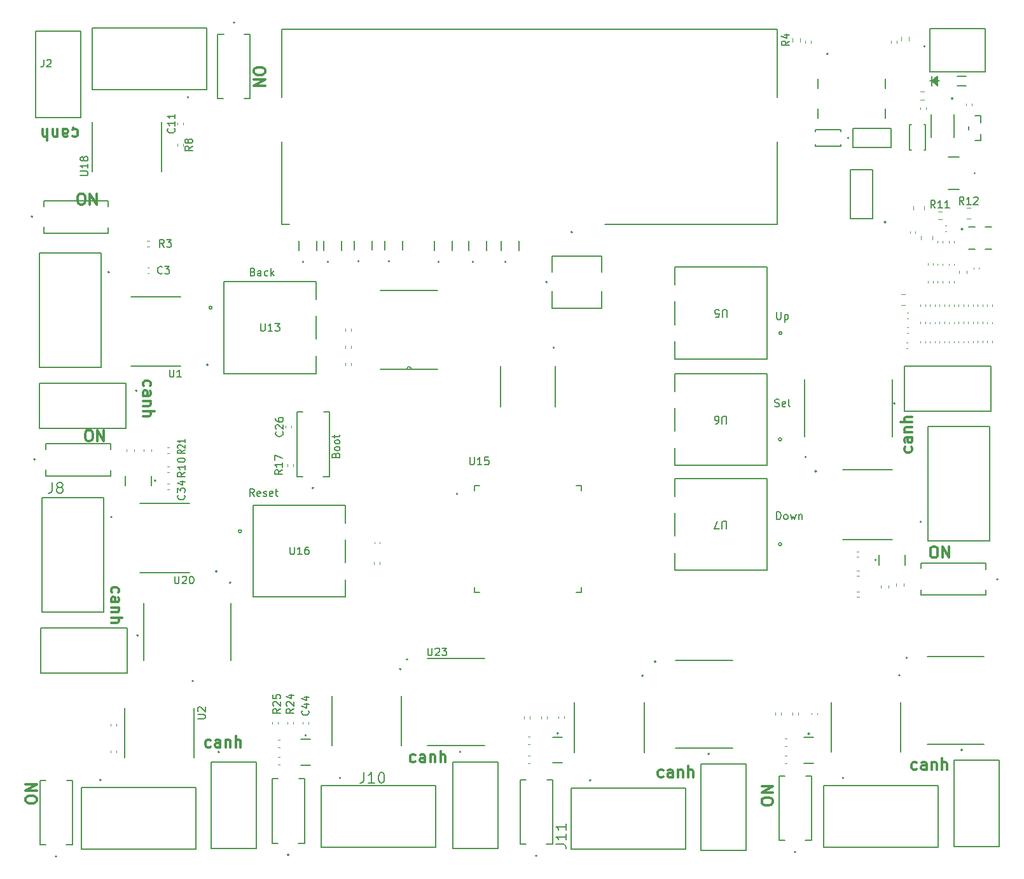
<source format=gbr>
%TF.GenerationSoftware,KiCad,Pcbnew,7.0.7*%
%TF.CreationDate,2024-05-23T09:45:07-07:00*%
%TF.ProjectId,Motor Programmer Rev. 2,4d6f746f-7220-4507-926f-6772616d6d65,rev?*%
%TF.SameCoordinates,Original*%
%TF.FileFunction,Legend,Top*%
%TF.FilePolarity,Positive*%
%FSLAX46Y46*%
G04 Gerber Fmt 4.6, Leading zero omitted, Abs format (unit mm)*
G04 Created by KiCad (PCBNEW 7.0.7) date 2024-05-23 09:45:07*
%MOMM*%
%LPD*%
G01*
G04 APERTURE LIST*
%ADD10C,0.300000*%
%ADD11C,0.150000*%
%ADD12C,0.120000*%
%ADD13C,0.127000*%
%ADD14C,0.200000*%
%ADD15C,0.203200*%
%ADD16C,0.152400*%
G04 APERTURE END LIST*
D10*
X88020600Y-109197368D02*
X87949171Y-109054510D01*
X87949171Y-109054510D02*
X87949171Y-108768796D01*
X87949171Y-108768796D02*
X88020600Y-108625939D01*
X88020600Y-108625939D02*
X88092028Y-108554510D01*
X88092028Y-108554510D02*
X88234885Y-108483082D01*
X88234885Y-108483082D02*
X88663457Y-108483082D01*
X88663457Y-108483082D02*
X88806314Y-108554510D01*
X88806314Y-108554510D02*
X88877742Y-108625939D01*
X88877742Y-108625939D02*
X88949171Y-108768796D01*
X88949171Y-108768796D02*
X88949171Y-109054510D01*
X88949171Y-109054510D02*
X88877742Y-109197368D01*
X87949171Y-110483082D02*
X88734885Y-110483082D01*
X88734885Y-110483082D02*
X88877742Y-110411653D01*
X88877742Y-110411653D02*
X88949171Y-110268796D01*
X88949171Y-110268796D02*
X88949171Y-109983082D01*
X88949171Y-109983082D02*
X88877742Y-109840224D01*
X88020600Y-110483082D02*
X87949171Y-110340224D01*
X87949171Y-110340224D02*
X87949171Y-109983082D01*
X87949171Y-109983082D02*
X88020600Y-109840224D01*
X88020600Y-109840224D02*
X88163457Y-109768796D01*
X88163457Y-109768796D02*
X88306314Y-109768796D01*
X88306314Y-109768796D02*
X88449171Y-109840224D01*
X88449171Y-109840224D02*
X88520600Y-109983082D01*
X88520600Y-109983082D02*
X88520600Y-110340224D01*
X88520600Y-110340224D02*
X88592028Y-110483082D01*
X88949171Y-111197367D02*
X87949171Y-111197367D01*
X88806314Y-111197367D02*
X88877742Y-111268796D01*
X88877742Y-111268796D02*
X88949171Y-111411653D01*
X88949171Y-111411653D02*
X88949171Y-111625939D01*
X88949171Y-111625939D02*
X88877742Y-111768796D01*
X88877742Y-111768796D02*
X88734885Y-111840225D01*
X88734885Y-111840225D02*
X87949171Y-111840225D01*
X87949171Y-112554510D02*
X89449171Y-112554510D01*
X87949171Y-113197368D02*
X88734885Y-113197368D01*
X88734885Y-113197368D02*
X88877742Y-113125939D01*
X88877742Y-113125939D02*
X88949171Y-112983082D01*
X88949171Y-112983082D02*
X88949171Y-112768796D01*
X88949171Y-112768796D02*
X88877742Y-112625939D01*
X88877742Y-112625939D02*
X88806314Y-112554510D01*
D11*
X106988207Y-96379819D02*
X106654874Y-95903628D01*
X106416779Y-96379819D02*
X106416779Y-95379819D01*
X106416779Y-95379819D02*
X106797731Y-95379819D01*
X106797731Y-95379819D02*
X106892969Y-95427438D01*
X106892969Y-95427438D02*
X106940588Y-95475057D01*
X106940588Y-95475057D02*
X106988207Y-95570295D01*
X106988207Y-95570295D02*
X106988207Y-95713152D01*
X106988207Y-95713152D02*
X106940588Y-95808390D01*
X106940588Y-95808390D02*
X106892969Y-95856009D01*
X106892969Y-95856009D02*
X106797731Y-95903628D01*
X106797731Y-95903628D02*
X106416779Y-95903628D01*
X107797731Y-96332200D02*
X107702493Y-96379819D01*
X107702493Y-96379819D02*
X107512017Y-96379819D01*
X107512017Y-96379819D02*
X107416779Y-96332200D01*
X107416779Y-96332200D02*
X107369160Y-96236961D01*
X107369160Y-96236961D02*
X107369160Y-95856009D01*
X107369160Y-95856009D02*
X107416779Y-95760771D01*
X107416779Y-95760771D02*
X107512017Y-95713152D01*
X107512017Y-95713152D02*
X107702493Y-95713152D01*
X107702493Y-95713152D02*
X107797731Y-95760771D01*
X107797731Y-95760771D02*
X107845350Y-95856009D01*
X107845350Y-95856009D02*
X107845350Y-95951247D01*
X107845350Y-95951247D02*
X107369160Y-96046485D01*
X108226303Y-96332200D02*
X108321541Y-96379819D01*
X108321541Y-96379819D02*
X108512017Y-96379819D01*
X108512017Y-96379819D02*
X108607255Y-96332200D01*
X108607255Y-96332200D02*
X108654874Y-96236961D01*
X108654874Y-96236961D02*
X108654874Y-96189342D01*
X108654874Y-96189342D02*
X108607255Y-96094104D01*
X108607255Y-96094104D02*
X108512017Y-96046485D01*
X108512017Y-96046485D02*
X108369160Y-96046485D01*
X108369160Y-96046485D02*
X108273922Y-95998866D01*
X108273922Y-95998866D02*
X108226303Y-95903628D01*
X108226303Y-95903628D02*
X108226303Y-95856009D01*
X108226303Y-95856009D02*
X108273922Y-95760771D01*
X108273922Y-95760771D02*
X108369160Y-95713152D01*
X108369160Y-95713152D02*
X108512017Y-95713152D01*
X108512017Y-95713152D02*
X108607255Y-95760771D01*
X109464398Y-96332200D02*
X109369160Y-96379819D01*
X109369160Y-96379819D02*
X109178684Y-96379819D01*
X109178684Y-96379819D02*
X109083446Y-96332200D01*
X109083446Y-96332200D02*
X109035827Y-96236961D01*
X109035827Y-96236961D02*
X109035827Y-95856009D01*
X109035827Y-95856009D02*
X109083446Y-95760771D01*
X109083446Y-95760771D02*
X109178684Y-95713152D01*
X109178684Y-95713152D02*
X109369160Y-95713152D01*
X109369160Y-95713152D02*
X109464398Y-95760771D01*
X109464398Y-95760771D02*
X109512017Y-95856009D01*
X109512017Y-95856009D02*
X109512017Y-95951247D01*
X109512017Y-95951247D02*
X109035827Y-96046485D01*
X109797732Y-95713152D02*
X110178684Y-95713152D01*
X109940589Y-95379819D02*
X109940589Y-96236961D01*
X109940589Y-96236961D02*
X109988208Y-96332200D01*
X109988208Y-96332200D02*
X110083446Y-96379819D01*
X110083446Y-96379819D02*
X110178684Y-96379819D01*
X117866009Y-90899887D02*
X117913628Y-90757030D01*
X117913628Y-90757030D02*
X117961247Y-90709411D01*
X117961247Y-90709411D02*
X118056485Y-90661792D01*
X118056485Y-90661792D02*
X118199342Y-90661792D01*
X118199342Y-90661792D02*
X118294580Y-90709411D01*
X118294580Y-90709411D02*
X118342200Y-90757030D01*
X118342200Y-90757030D02*
X118389819Y-90852268D01*
X118389819Y-90852268D02*
X118389819Y-91233220D01*
X118389819Y-91233220D02*
X117389819Y-91233220D01*
X117389819Y-91233220D02*
X117389819Y-90899887D01*
X117389819Y-90899887D02*
X117437438Y-90804649D01*
X117437438Y-90804649D02*
X117485057Y-90757030D01*
X117485057Y-90757030D02*
X117580295Y-90709411D01*
X117580295Y-90709411D02*
X117675533Y-90709411D01*
X117675533Y-90709411D02*
X117770771Y-90757030D01*
X117770771Y-90757030D02*
X117818390Y-90804649D01*
X117818390Y-90804649D02*
X117866009Y-90899887D01*
X117866009Y-90899887D02*
X117866009Y-91233220D01*
X118389819Y-90090363D02*
X118342200Y-90185601D01*
X118342200Y-90185601D02*
X118294580Y-90233220D01*
X118294580Y-90233220D02*
X118199342Y-90280839D01*
X118199342Y-90280839D02*
X117913628Y-90280839D01*
X117913628Y-90280839D02*
X117818390Y-90233220D01*
X117818390Y-90233220D02*
X117770771Y-90185601D01*
X117770771Y-90185601D02*
X117723152Y-90090363D01*
X117723152Y-90090363D02*
X117723152Y-89947506D01*
X117723152Y-89947506D02*
X117770771Y-89852268D01*
X117770771Y-89852268D02*
X117818390Y-89804649D01*
X117818390Y-89804649D02*
X117913628Y-89757030D01*
X117913628Y-89757030D02*
X118199342Y-89757030D01*
X118199342Y-89757030D02*
X118294580Y-89804649D01*
X118294580Y-89804649D02*
X118342200Y-89852268D01*
X118342200Y-89852268D02*
X118389819Y-89947506D01*
X118389819Y-89947506D02*
X118389819Y-90090363D01*
X118389819Y-89185601D02*
X118342200Y-89280839D01*
X118342200Y-89280839D02*
X118294580Y-89328458D01*
X118294580Y-89328458D02*
X118199342Y-89376077D01*
X118199342Y-89376077D02*
X117913628Y-89376077D01*
X117913628Y-89376077D02*
X117818390Y-89328458D01*
X117818390Y-89328458D02*
X117770771Y-89280839D01*
X117770771Y-89280839D02*
X117723152Y-89185601D01*
X117723152Y-89185601D02*
X117723152Y-89042744D01*
X117723152Y-89042744D02*
X117770771Y-88947506D01*
X117770771Y-88947506D02*
X117818390Y-88899887D01*
X117818390Y-88899887D02*
X117913628Y-88852268D01*
X117913628Y-88852268D02*
X118199342Y-88852268D01*
X118199342Y-88852268D02*
X118294580Y-88899887D01*
X118294580Y-88899887D02*
X118342200Y-88947506D01*
X118342200Y-88947506D02*
X118389819Y-89042744D01*
X118389819Y-89042744D02*
X118389819Y-89185601D01*
X117723152Y-88566553D02*
X117723152Y-88185601D01*
X117389819Y-88423696D02*
X118246961Y-88423696D01*
X118246961Y-88423696D02*
X118342200Y-88376077D01*
X118342200Y-88376077D02*
X118389819Y-88280839D01*
X118389819Y-88280839D02*
X118389819Y-88185601D01*
X176309160Y-84402200D02*
X176452017Y-84449819D01*
X176452017Y-84449819D02*
X176690112Y-84449819D01*
X176690112Y-84449819D02*
X176785350Y-84402200D01*
X176785350Y-84402200D02*
X176832969Y-84354580D01*
X176832969Y-84354580D02*
X176880588Y-84259342D01*
X176880588Y-84259342D02*
X176880588Y-84164104D01*
X176880588Y-84164104D02*
X176832969Y-84068866D01*
X176832969Y-84068866D02*
X176785350Y-84021247D01*
X176785350Y-84021247D02*
X176690112Y-83973628D01*
X176690112Y-83973628D02*
X176499636Y-83926009D01*
X176499636Y-83926009D02*
X176404398Y-83878390D01*
X176404398Y-83878390D02*
X176356779Y-83830771D01*
X176356779Y-83830771D02*
X176309160Y-83735533D01*
X176309160Y-83735533D02*
X176309160Y-83640295D01*
X176309160Y-83640295D02*
X176356779Y-83545057D01*
X176356779Y-83545057D02*
X176404398Y-83497438D01*
X176404398Y-83497438D02*
X176499636Y-83449819D01*
X176499636Y-83449819D02*
X176737731Y-83449819D01*
X176737731Y-83449819D02*
X176880588Y-83497438D01*
X177690112Y-84402200D02*
X177594874Y-84449819D01*
X177594874Y-84449819D02*
X177404398Y-84449819D01*
X177404398Y-84449819D02*
X177309160Y-84402200D01*
X177309160Y-84402200D02*
X177261541Y-84306961D01*
X177261541Y-84306961D02*
X177261541Y-83926009D01*
X177261541Y-83926009D02*
X177309160Y-83830771D01*
X177309160Y-83830771D02*
X177404398Y-83783152D01*
X177404398Y-83783152D02*
X177594874Y-83783152D01*
X177594874Y-83783152D02*
X177690112Y-83830771D01*
X177690112Y-83830771D02*
X177737731Y-83926009D01*
X177737731Y-83926009D02*
X177737731Y-84021247D01*
X177737731Y-84021247D02*
X177261541Y-84116485D01*
X178309160Y-84449819D02*
X178213922Y-84402200D01*
X178213922Y-84402200D02*
X178166303Y-84306961D01*
X178166303Y-84306961D02*
X178166303Y-83449819D01*
X176546779Y-99449819D02*
X176546779Y-98449819D01*
X176546779Y-98449819D02*
X176784874Y-98449819D01*
X176784874Y-98449819D02*
X176927731Y-98497438D01*
X176927731Y-98497438D02*
X177022969Y-98592676D01*
X177022969Y-98592676D02*
X177070588Y-98687914D01*
X177070588Y-98687914D02*
X177118207Y-98878390D01*
X177118207Y-98878390D02*
X177118207Y-99021247D01*
X177118207Y-99021247D02*
X177070588Y-99211723D01*
X177070588Y-99211723D02*
X177022969Y-99306961D01*
X177022969Y-99306961D02*
X176927731Y-99402200D01*
X176927731Y-99402200D02*
X176784874Y-99449819D01*
X176784874Y-99449819D02*
X176546779Y-99449819D01*
X177689636Y-99449819D02*
X177594398Y-99402200D01*
X177594398Y-99402200D02*
X177546779Y-99354580D01*
X177546779Y-99354580D02*
X177499160Y-99259342D01*
X177499160Y-99259342D02*
X177499160Y-98973628D01*
X177499160Y-98973628D02*
X177546779Y-98878390D01*
X177546779Y-98878390D02*
X177594398Y-98830771D01*
X177594398Y-98830771D02*
X177689636Y-98783152D01*
X177689636Y-98783152D02*
X177832493Y-98783152D01*
X177832493Y-98783152D02*
X177927731Y-98830771D01*
X177927731Y-98830771D02*
X177975350Y-98878390D01*
X177975350Y-98878390D02*
X178022969Y-98973628D01*
X178022969Y-98973628D02*
X178022969Y-99259342D01*
X178022969Y-99259342D02*
X177975350Y-99354580D01*
X177975350Y-99354580D02*
X177927731Y-99402200D01*
X177927731Y-99402200D02*
X177832493Y-99449819D01*
X177832493Y-99449819D02*
X177689636Y-99449819D01*
X178356303Y-98783152D02*
X178546779Y-99449819D01*
X178546779Y-99449819D02*
X178737255Y-98973628D01*
X178737255Y-98973628D02*
X178927731Y-99449819D01*
X178927731Y-99449819D02*
X179118207Y-98783152D01*
X179499160Y-98783152D02*
X179499160Y-99449819D01*
X179499160Y-98878390D02*
X179546779Y-98830771D01*
X179546779Y-98830771D02*
X179642017Y-98783152D01*
X179642017Y-98783152D02*
X179784874Y-98783152D01*
X179784874Y-98783152D02*
X179880112Y-98830771D01*
X179880112Y-98830771D02*
X179927731Y-98926009D01*
X179927731Y-98926009D02*
X179927731Y-99449819D01*
D10*
X84840225Y-87550828D02*
X85125939Y-87550828D01*
X85125939Y-87550828D02*
X85268796Y-87622257D01*
X85268796Y-87622257D02*
X85411653Y-87765114D01*
X85411653Y-87765114D02*
X85483082Y-88050828D01*
X85483082Y-88050828D02*
X85483082Y-88550828D01*
X85483082Y-88550828D02*
X85411653Y-88836542D01*
X85411653Y-88836542D02*
X85268796Y-88979400D01*
X85268796Y-88979400D02*
X85125939Y-89050828D01*
X85125939Y-89050828D02*
X84840225Y-89050828D01*
X84840225Y-89050828D02*
X84697368Y-88979400D01*
X84697368Y-88979400D02*
X84554510Y-88836542D01*
X84554510Y-88836542D02*
X84483082Y-88550828D01*
X84483082Y-88550828D02*
X84483082Y-88050828D01*
X84483082Y-88050828D02*
X84554510Y-87765114D01*
X84554510Y-87765114D02*
X84697368Y-87622257D01*
X84697368Y-87622257D02*
X84840225Y-87550828D01*
X86125939Y-89050828D02*
X86125939Y-87550828D01*
X86125939Y-87550828D02*
X86983082Y-89050828D01*
X86983082Y-89050828D02*
X86983082Y-87550828D01*
X174550828Y-137159774D02*
X174550828Y-136874060D01*
X174550828Y-136874060D02*
X174622257Y-136731203D01*
X174622257Y-136731203D02*
X174765114Y-136588346D01*
X174765114Y-136588346D02*
X175050828Y-136516917D01*
X175050828Y-136516917D02*
X175550828Y-136516917D01*
X175550828Y-136516917D02*
X175836542Y-136588346D01*
X175836542Y-136588346D02*
X175979400Y-136731203D01*
X175979400Y-136731203D02*
X176050828Y-136874060D01*
X176050828Y-136874060D02*
X176050828Y-137159774D01*
X176050828Y-137159774D02*
X175979400Y-137302632D01*
X175979400Y-137302632D02*
X175836542Y-137445489D01*
X175836542Y-137445489D02*
X175550828Y-137516917D01*
X175550828Y-137516917D02*
X175050828Y-137516917D01*
X175050828Y-137516917D02*
X174765114Y-137445489D01*
X174765114Y-137445489D02*
X174622257Y-137302632D01*
X174622257Y-137302632D02*
X174550828Y-137159774D01*
X176050828Y-135874060D02*
X174550828Y-135874060D01*
X174550828Y-135874060D02*
X176050828Y-135016917D01*
X176050828Y-135016917D02*
X174550828Y-135016917D01*
X108449171Y-39590225D02*
X108449171Y-39875939D01*
X108449171Y-39875939D02*
X108377742Y-40018796D01*
X108377742Y-40018796D02*
X108234885Y-40161653D01*
X108234885Y-40161653D02*
X107949171Y-40233082D01*
X107949171Y-40233082D02*
X107449171Y-40233082D01*
X107449171Y-40233082D02*
X107163457Y-40161653D01*
X107163457Y-40161653D02*
X107020600Y-40018796D01*
X107020600Y-40018796D02*
X106949171Y-39875939D01*
X106949171Y-39875939D02*
X106949171Y-39590225D01*
X106949171Y-39590225D02*
X107020600Y-39447368D01*
X107020600Y-39447368D02*
X107163457Y-39304510D01*
X107163457Y-39304510D02*
X107449171Y-39233082D01*
X107449171Y-39233082D02*
X107949171Y-39233082D01*
X107949171Y-39233082D02*
X108234885Y-39304510D01*
X108234885Y-39304510D02*
X108377742Y-39447368D01*
X108377742Y-39447368D02*
X108449171Y-39590225D01*
X106949171Y-40875939D02*
X108449171Y-40875939D01*
X108449171Y-40875939D02*
X106949171Y-41733082D01*
X106949171Y-41733082D02*
X108449171Y-41733082D01*
X92270600Y-81697368D02*
X92199171Y-81554510D01*
X92199171Y-81554510D02*
X92199171Y-81268796D01*
X92199171Y-81268796D02*
X92270600Y-81125939D01*
X92270600Y-81125939D02*
X92342028Y-81054510D01*
X92342028Y-81054510D02*
X92484885Y-80983082D01*
X92484885Y-80983082D02*
X92913457Y-80983082D01*
X92913457Y-80983082D02*
X93056314Y-81054510D01*
X93056314Y-81054510D02*
X93127742Y-81125939D01*
X93127742Y-81125939D02*
X93199171Y-81268796D01*
X93199171Y-81268796D02*
X93199171Y-81554510D01*
X93199171Y-81554510D02*
X93127742Y-81697368D01*
X92199171Y-82983082D02*
X92984885Y-82983082D01*
X92984885Y-82983082D02*
X93127742Y-82911653D01*
X93127742Y-82911653D02*
X93199171Y-82768796D01*
X93199171Y-82768796D02*
X93199171Y-82483082D01*
X93199171Y-82483082D02*
X93127742Y-82340224D01*
X92270600Y-82983082D02*
X92199171Y-82840224D01*
X92199171Y-82840224D02*
X92199171Y-82483082D01*
X92199171Y-82483082D02*
X92270600Y-82340224D01*
X92270600Y-82340224D02*
X92413457Y-82268796D01*
X92413457Y-82268796D02*
X92556314Y-82268796D01*
X92556314Y-82268796D02*
X92699171Y-82340224D01*
X92699171Y-82340224D02*
X92770600Y-82483082D01*
X92770600Y-82483082D02*
X92770600Y-82840224D01*
X92770600Y-82840224D02*
X92842028Y-82983082D01*
X93199171Y-83697367D02*
X92199171Y-83697367D01*
X93056314Y-83697367D02*
X93127742Y-83768796D01*
X93127742Y-83768796D02*
X93199171Y-83911653D01*
X93199171Y-83911653D02*
X93199171Y-84125939D01*
X93199171Y-84125939D02*
X93127742Y-84268796D01*
X93127742Y-84268796D02*
X92984885Y-84340225D01*
X92984885Y-84340225D02*
X92199171Y-84340225D01*
X92199171Y-85054510D02*
X93699171Y-85054510D01*
X92199171Y-85697368D02*
X92984885Y-85697368D01*
X92984885Y-85697368D02*
X93127742Y-85625939D01*
X93127742Y-85625939D02*
X93199171Y-85483082D01*
X93199171Y-85483082D02*
X93199171Y-85268796D01*
X93199171Y-85268796D02*
X93127742Y-85125939D01*
X93127742Y-85125939D02*
X93056314Y-85054510D01*
X128447368Y-131729400D02*
X128304510Y-131800828D01*
X128304510Y-131800828D02*
X128018796Y-131800828D01*
X128018796Y-131800828D02*
X127875939Y-131729400D01*
X127875939Y-131729400D02*
X127804510Y-131657971D01*
X127804510Y-131657971D02*
X127733082Y-131515114D01*
X127733082Y-131515114D02*
X127733082Y-131086542D01*
X127733082Y-131086542D02*
X127804510Y-130943685D01*
X127804510Y-130943685D02*
X127875939Y-130872257D01*
X127875939Y-130872257D02*
X128018796Y-130800828D01*
X128018796Y-130800828D02*
X128304510Y-130800828D01*
X128304510Y-130800828D02*
X128447368Y-130872257D01*
X129733082Y-131800828D02*
X129733082Y-131015114D01*
X129733082Y-131015114D02*
X129661653Y-130872257D01*
X129661653Y-130872257D02*
X129518796Y-130800828D01*
X129518796Y-130800828D02*
X129233082Y-130800828D01*
X129233082Y-130800828D02*
X129090224Y-130872257D01*
X129733082Y-131729400D02*
X129590224Y-131800828D01*
X129590224Y-131800828D02*
X129233082Y-131800828D01*
X129233082Y-131800828D02*
X129090224Y-131729400D01*
X129090224Y-131729400D02*
X129018796Y-131586542D01*
X129018796Y-131586542D02*
X129018796Y-131443685D01*
X129018796Y-131443685D02*
X129090224Y-131300828D01*
X129090224Y-131300828D02*
X129233082Y-131229400D01*
X129233082Y-131229400D02*
X129590224Y-131229400D01*
X129590224Y-131229400D02*
X129733082Y-131157971D01*
X130447367Y-130800828D02*
X130447367Y-131800828D01*
X130447367Y-130943685D02*
X130518796Y-130872257D01*
X130518796Y-130872257D02*
X130661653Y-130800828D01*
X130661653Y-130800828D02*
X130875939Y-130800828D01*
X130875939Y-130800828D02*
X131018796Y-130872257D01*
X131018796Y-130872257D02*
X131090225Y-131015114D01*
X131090225Y-131015114D02*
X131090225Y-131800828D01*
X131804510Y-131800828D02*
X131804510Y-130300828D01*
X132447368Y-131800828D02*
X132447368Y-131015114D01*
X132447368Y-131015114D02*
X132375939Y-130872257D01*
X132375939Y-130872257D02*
X132233082Y-130800828D01*
X132233082Y-130800828D02*
X132018796Y-130800828D01*
X132018796Y-130800828D02*
X131875939Y-130872257D01*
X131875939Y-130872257D02*
X131804510Y-130943685D01*
D11*
X176546779Y-71819819D02*
X176546779Y-72629342D01*
X176546779Y-72629342D02*
X176594398Y-72724580D01*
X176594398Y-72724580D02*
X176642017Y-72772200D01*
X176642017Y-72772200D02*
X176737255Y-72819819D01*
X176737255Y-72819819D02*
X176927731Y-72819819D01*
X176927731Y-72819819D02*
X177022969Y-72772200D01*
X177022969Y-72772200D02*
X177070588Y-72724580D01*
X177070588Y-72724580D02*
X177118207Y-72629342D01*
X177118207Y-72629342D02*
X177118207Y-71819819D01*
X177594398Y-72153152D02*
X177594398Y-73153152D01*
X177594398Y-72200771D02*
X177689636Y-72153152D01*
X177689636Y-72153152D02*
X177880112Y-72153152D01*
X177880112Y-72153152D02*
X177975350Y-72200771D01*
X177975350Y-72200771D02*
X178022969Y-72248390D01*
X178022969Y-72248390D02*
X178070588Y-72343628D01*
X178070588Y-72343628D02*
X178070588Y-72629342D01*
X178070588Y-72629342D02*
X178022969Y-72724580D01*
X178022969Y-72724580D02*
X177975350Y-72772200D01*
X177975350Y-72772200D02*
X177880112Y-72819819D01*
X177880112Y-72819819D02*
X177689636Y-72819819D01*
X177689636Y-72819819D02*
X177594398Y-72772200D01*
D10*
X83840225Y-56050828D02*
X84125939Y-56050828D01*
X84125939Y-56050828D02*
X84268796Y-56122257D01*
X84268796Y-56122257D02*
X84411653Y-56265114D01*
X84411653Y-56265114D02*
X84483082Y-56550828D01*
X84483082Y-56550828D02*
X84483082Y-57050828D01*
X84483082Y-57050828D02*
X84411653Y-57336542D01*
X84411653Y-57336542D02*
X84268796Y-57479400D01*
X84268796Y-57479400D02*
X84125939Y-57550828D01*
X84125939Y-57550828D02*
X83840225Y-57550828D01*
X83840225Y-57550828D02*
X83697368Y-57479400D01*
X83697368Y-57479400D02*
X83554510Y-57336542D01*
X83554510Y-57336542D02*
X83483082Y-57050828D01*
X83483082Y-57050828D02*
X83483082Y-56550828D01*
X83483082Y-56550828D02*
X83554510Y-56265114D01*
X83554510Y-56265114D02*
X83697368Y-56122257D01*
X83697368Y-56122257D02*
X83840225Y-56050828D01*
X85125939Y-57550828D02*
X85125939Y-56050828D01*
X85125939Y-56050828D02*
X85983082Y-57550828D01*
X85983082Y-57550828D02*
X85983082Y-56050828D01*
X82802632Y-47520600D02*
X82945489Y-47449171D01*
X82945489Y-47449171D02*
X83231203Y-47449171D01*
X83231203Y-47449171D02*
X83374060Y-47520600D01*
X83374060Y-47520600D02*
X83445489Y-47592028D01*
X83445489Y-47592028D02*
X83516917Y-47734885D01*
X83516917Y-47734885D02*
X83516917Y-48163457D01*
X83516917Y-48163457D02*
X83445489Y-48306314D01*
X83445489Y-48306314D02*
X83374060Y-48377742D01*
X83374060Y-48377742D02*
X83231203Y-48449171D01*
X83231203Y-48449171D02*
X82945489Y-48449171D01*
X82945489Y-48449171D02*
X82802632Y-48377742D01*
X81516918Y-47449171D02*
X81516918Y-48234885D01*
X81516918Y-48234885D02*
X81588346Y-48377742D01*
X81588346Y-48377742D02*
X81731203Y-48449171D01*
X81731203Y-48449171D02*
X82016918Y-48449171D01*
X82016918Y-48449171D02*
X82159775Y-48377742D01*
X81516918Y-47520600D02*
X81659775Y-47449171D01*
X81659775Y-47449171D02*
X82016918Y-47449171D01*
X82016918Y-47449171D02*
X82159775Y-47520600D01*
X82159775Y-47520600D02*
X82231203Y-47663457D01*
X82231203Y-47663457D02*
X82231203Y-47806314D01*
X82231203Y-47806314D02*
X82159775Y-47949171D01*
X82159775Y-47949171D02*
X82016918Y-48020600D01*
X82016918Y-48020600D02*
X81659775Y-48020600D01*
X81659775Y-48020600D02*
X81516918Y-48092028D01*
X80802632Y-48449171D02*
X80802632Y-47449171D01*
X80802632Y-48306314D02*
X80731203Y-48377742D01*
X80731203Y-48377742D02*
X80588346Y-48449171D01*
X80588346Y-48449171D02*
X80374060Y-48449171D01*
X80374060Y-48449171D02*
X80231203Y-48377742D01*
X80231203Y-48377742D02*
X80159775Y-48234885D01*
X80159775Y-48234885D02*
X80159775Y-47449171D01*
X79445489Y-47449171D02*
X79445489Y-48949171D01*
X78802632Y-47449171D02*
X78802632Y-48234885D01*
X78802632Y-48234885D02*
X78874060Y-48377742D01*
X78874060Y-48377742D02*
X79016917Y-48449171D01*
X79016917Y-48449171D02*
X79231203Y-48449171D01*
X79231203Y-48449171D02*
X79374060Y-48377742D01*
X79374060Y-48377742D02*
X79445489Y-48306314D01*
X161447368Y-133729400D02*
X161304510Y-133800828D01*
X161304510Y-133800828D02*
X161018796Y-133800828D01*
X161018796Y-133800828D02*
X160875939Y-133729400D01*
X160875939Y-133729400D02*
X160804510Y-133657971D01*
X160804510Y-133657971D02*
X160733082Y-133515114D01*
X160733082Y-133515114D02*
X160733082Y-133086542D01*
X160733082Y-133086542D02*
X160804510Y-132943685D01*
X160804510Y-132943685D02*
X160875939Y-132872257D01*
X160875939Y-132872257D02*
X161018796Y-132800828D01*
X161018796Y-132800828D02*
X161304510Y-132800828D01*
X161304510Y-132800828D02*
X161447368Y-132872257D01*
X162733082Y-133800828D02*
X162733082Y-133015114D01*
X162733082Y-133015114D02*
X162661653Y-132872257D01*
X162661653Y-132872257D02*
X162518796Y-132800828D01*
X162518796Y-132800828D02*
X162233082Y-132800828D01*
X162233082Y-132800828D02*
X162090224Y-132872257D01*
X162733082Y-133729400D02*
X162590224Y-133800828D01*
X162590224Y-133800828D02*
X162233082Y-133800828D01*
X162233082Y-133800828D02*
X162090224Y-133729400D01*
X162090224Y-133729400D02*
X162018796Y-133586542D01*
X162018796Y-133586542D02*
X162018796Y-133443685D01*
X162018796Y-133443685D02*
X162090224Y-133300828D01*
X162090224Y-133300828D02*
X162233082Y-133229400D01*
X162233082Y-133229400D02*
X162590224Y-133229400D01*
X162590224Y-133229400D02*
X162733082Y-133157971D01*
X163447367Y-132800828D02*
X163447367Y-133800828D01*
X163447367Y-132943685D02*
X163518796Y-132872257D01*
X163518796Y-132872257D02*
X163661653Y-132800828D01*
X163661653Y-132800828D02*
X163875939Y-132800828D01*
X163875939Y-132800828D02*
X164018796Y-132872257D01*
X164018796Y-132872257D02*
X164090225Y-133015114D01*
X164090225Y-133015114D02*
X164090225Y-133800828D01*
X164804510Y-133800828D02*
X164804510Y-132300828D01*
X165447368Y-133800828D02*
X165447368Y-133015114D01*
X165447368Y-133015114D02*
X165375939Y-132872257D01*
X165375939Y-132872257D02*
X165233082Y-132800828D01*
X165233082Y-132800828D02*
X165018796Y-132800828D01*
X165018796Y-132800828D02*
X164875939Y-132872257D01*
X164875939Y-132872257D02*
X164804510Y-132943685D01*
X101197368Y-129729400D02*
X101054510Y-129800828D01*
X101054510Y-129800828D02*
X100768796Y-129800828D01*
X100768796Y-129800828D02*
X100625939Y-129729400D01*
X100625939Y-129729400D02*
X100554510Y-129657971D01*
X100554510Y-129657971D02*
X100483082Y-129515114D01*
X100483082Y-129515114D02*
X100483082Y-129086542D01*
X100483082Y-129086542D02*
X100554510Y-128943685D01*
X100554510Y-128943685D02*
X100625939Y-128872257D01*
X100625939Y-128872257D02*
X100768796Y-128800828D01*
X100768796Y-128800828D02*
X101054510Y-128800828D01*
X101054510Y-128800828D02*
X101197368Y-128872257D01*
X102483082Y-129800828D02*
X102483082Y-129015114D01*
X102483082Y-129015114D02*
X102411653Y-128872257D01*
X102411653Y-128872257D02*
X102268796Y-128800828D01*
X102268796Y-128800828D02*
X101983082Y-128800828D01*
X101983082Y-128800828D02*
X101840224Y-128872257D01*
X102483082Y-129729400D02*
X102340224Y-129800828D01*
X102340224Y-129800828D02*
X101983082Y-129800828D01*
X101983082Y-129800828D02*
X101840224Y-129729400D01*
X101840224Y-129729400D02*
X101768796Y-129586542D01*
X101768796Y-129586542D02*
X101768796Y-129443685D01*
X101768796Y-129443685D02*
X101840224Y-129300828D01*
X101840224Y-129300828D02*
X101983082Y-129229400D01*
X101983082Y-129229400D02*
X102340224Y-129229400D01*
X102340224Y-129229400D02*
X102483082Y-129157971D01*
X103197367Y-128800828D02*
X103197367Y-129800828D01*
X103197367Y-128943685D02*
X103268796Y-128872257D01*
X103268796Y-128872257D02*
X103411653Y-128800828D01*
X103411653Y-128800828D02*
X103625939Y-128800828D01*
X103625939Y-128800828D02*
X103768796Y-128872257D01*
X103768796Y-128872257D02*
X103840225Y-129015114D01*
X103840225Y-129015114D02*
X103840225Y-129800828D01*
X104554510Y-129800828D02*
X104554510Y-128300828D01*
X105197368Y-129800828D02*
X105197368Y-129015114D01*
X105197368Y-129015114D02*
X105125939Y-128872257D01*
X105125939Y-128872257D02*
X104983082Y-128800828D01*
X104983082Y-128800828D02*
X104768796Y-128800828D01*
X104768796Y-128800828D02*
X104625939Y-128872257D01*
X104625939Y-128872257D02*
X104554510Y-128943685D01*
X195197368Y-132729400D02*
X195054510Y-132800828D01*
X195054510Y-132800828D02*
X194768796Y-132800828D01*
X194768796Y-132800828D02*
X194625939Y-132729400D01*
X194625939Y-132729400D02*
X194554510Y-132657971D01*
X194554510Y-132657971D02*
X194483082Y-132515114D01*
X194483082Y-132515114D02*
X194483082Y-132086542D01*
X194483082Y-132086542D02*
X194554510Y-131943685D01*
X194554510Y-131943685D02*
X194625939Y-131872257D01*
X194625939Y-131872257D02*
X194768796Y-131800828D01*
X194768796Y-131800828D02*
X195054510Y-131800828D01*
X195054510Y-131800828D02*
X195197368Y-131872257D01*
X196483082Y-132800828D02*
X196483082Y-132015114D01*
X196483082Y-132015114D02*
X196411653Y-131872257D01*
X196411653Y-131872257D02*
X196268796Y-131800828D01*
X196268796Y-131800828D02*
X195983082Y-131800828D01*
X195983082Y-131800828D02*
X195840224Y-131872257D01*
X196483082Y-132729400D02*
X196340224Y-132800828D01*
X196340224Y-132800828D02*
X195983082Y-132800828D01*
X195983082Y-132800828D02*
X195840224Y-132729400D01*
X195840224Y-132729400D02*
X195768796Y-132586542D01*
X195768796Y-132586542D02*
X195768796Y-132443685D01*
X195768796Y-132443685D02*
X195840224Y-132300828D01*
X195840224Y-132300828D02*
X195983082Y-132229400D01*
X195983082Y-132229400D02*
X196340224Y-132229400D01*
X196340224Y-132229400D02*
X196483082Y-132157971D01*
X197197367Y-131800828D02*
X197197367Y-132800828D01*
X197197367Y-131943685D02*
X197268796Y-131872257D01*
X197268796Y-131872257D02*
X197411653Y-131800828D01*
X197411653Y-131800828D02*
X197625939Y-131800828D01*
X197625939Y-131800828D02*
X197768796Y-131872257D01*
X197768796Y-131872257D02*
X197840225Y-132015114D01*
X197840225Y-132015114D02*
X197840225Y-132800828D01*
X198554510Y-132800828D02*
X198554510Y-131300828D01*
X199197368Y-132800828D02*
X199197368Y-132015114D01*
X199197368Y-132015114D02*
X199125939Y-131872257D01*
X199125939Y-131872257D02*
X198983082Y-131800828D01*
X198983082Y-131800828D02*
X198768796Y-131800828D01*
X198768796Y-131800828D02*
X198625939Y-131872257D01*
X198625939Y-131872257D02*
X198554510Y-131943685D01*
X197340225Y-103050828D02*
X197625939Y-103050828D01*
X197625939Y-103050828D02*
X197768796Y-103122257D01*
X197768796Y-103122257D02*
X197911653Y-103265114D01*
X197911653Y-103265114D02*
X197983082Y-103550828D01*
X197983082Y-103550828D02*
X197983082Y-104050828D01*
X197983082Y-104050828D02*
X197911653Y-104336542D01*
X197911653Y-104336542D02*
X197768796Y-104479400D01*
X197768796Y-104479400D02*
X197625939Y-104550828D01*
X197625939Y-104550828D02*
X197340225Y-104550828D01*
X197340225Y-104550828D02*
X197197368Y-104479400D01*
X197197368Y-104479400D02*
X197054510Y-104336542D01*
X197054510Y-104336542D02*
X196983082Y-104050828D01*
X196983082Y-104050828D02*
X196983082Y-103550828D01*
X196983082Y-103550828D02*
X197054510Y-103265114D01*
X197054510Y-103265114D02*
X197197368Y-103122257D01*
X197197368Y-103122257D02*
X197340225Y-103050828D01*
X198625939Y-104550828D02*
X198625939Y-103050828D01*
X198625939Y-103050828D02*
X199483082Y-104550828D01*
X199483082Y-104550828D02*
X199483082Y-103050828D01*
D11*
X106810112Y-66486009D02*
X106952969Y-66533628D01*
X106952969Y-66533628D02*
X107000588Y-66581247D01*
X107000588Y-66581247D02*
X107048207Y-66676485D01*
X107048207Y-66676485D02*
X107048207Y-66819342D01*
X107048207Y-66819342D02*
X107000588Y-66914580D01*
X107000588Y-66914580D02*
X106952969Y-66962200D01*
X106952969Y-66962200D02*
X106857731Y-67009819D01*
X106857731Y-67009819D02*
X106476779Y-67009819D01*
X106476779Y-67009819D02*
X106476779Y-66009819D01*
X106476779Y-66009819D02*
X106810112Y-66009819D01*
X106810112Y-66009819D02*
X106905350Y-66057438D01*
X106905350Y-66057438D02*
X106952969Y-66105057D01*
X106952969Y-66105057D02*
X107000588Y-66200295D01*
X107000588Y-66200295D02*
X107000588Y-66295533D01*
X107000588Y-66295533D02*
X106952969Y-66390771D01*
X106952969Y-66390771D02*
X106905350Y-66438390D01*
X106905350Y-66438390D02*
X106810112Y-66486009D01*
X106810112Y-66486009D02*
X106476779Y-66486009D01*
X107905350Y-67009819D02*
X107905350Y-66486009D01*
X107905350Y-66486009D02*
X107857731Y-66390771D01*
X107857731Y-66390771D02*
X107762493Y-66343152D01*
X107762493Y-66343152D02*
X107572017Y-66343152D01*
X107572017Y-66343152D02*
X107476779Y-66390771D01*
X107905350Y-66962200D02*
X107810112Y-67009819D01*
X107810112Y-67009819D02*
X107572017Y-67009819D01*
X107572017Y-67009819D02*
X107476779Y-66962200D01*
X107476779Y-66962200D02*
X107429160Y-66866961D01*
X107429160Y-66866961D02*
X107429160Y-66771723D01*
X107429160Y-66771723D02*
X107476779Y-66676485D01*
X107476779Y-66676485D02*
X107572017Y-66628866D01*
X107572017Y-66628866D02*
X107810112Y-66628866D01*
X107810112Y-66628866D02*
X107905350Y-66581247D01*
X108810112Y-66962200D02*
X108714874Y-67009819D01*
X108714874Y-67009819D02*
X108524398Y-67009819D01*
X108524398Y-67009819D02*
X108429160Y-66962200D01*
X108429160Y-66962200D02*
X108381541Y-66914580D01*
X108381541Y-66914580D02*
X108333922Y-66819342D01*
X108333922Y-66819342D02*
X108333922Y-66533628D01*
X108333922Y-66533628D02*
X108381541Y-66438390D01*
X108381541Y-66438390D02*
X108429160Y-66390771D01*
X108429160Y-66390771D02*
X108524398Y-66343152D01*
X108524398Y-66343152D02*
X108714874Y-66343152D01*
X108714874Y-66343152D02*
X108810112Y-66390771D01*
X109238684Y-67009819D02*
X109238684Y-66009819D01*
X109333922Y-66628866D02*
X109619636Y-67009819D01*
X109619636Y-66343152D02*
X109238684Y-66724104D01*
D10*
X194479400Y-89802632D02*
X194550828Y-89945489D01*
X194550828Y-89945489D02*
X194550828Y-90231203D01*
X194550828Y-90231203D02*
X194479400Y-90374060D01*
X194479400Y-90374060D02*
X194407971Y-90445489D01*
X194407971Y-90445489D02*
X194265114Y-90516917D01*
X194265114Y-90516917D02*
X193836542Y-90516917D01*
X193836542Y-90516917D02*
X193693685Y-90445489D01*
X193693685Y-90445489D02*
X193622257Y-90374060D01*
X193622257Y-90374060D02*
X193550828Y-90231203D01*
X193550828Y-90231203D02*
X193550828Y-89945489D01*
X193550828Y-89945489D02*
X193622257Y-89802632D01*
X194550828Y-88516918D02*
X193765114Y-88516918D01*
X193765114Y-88516918D02*
X193622257Y-88588346D01*
X193622257Y-88588346D02*
X193550828Y-88731203D01*
X193550828Y-88731203D02*
X193550828Y-89016918D01*
X193550828Y-89016918D02*
X193622257Y-89159775D01*
X194479400Y-88516918D02*
X194550828Y-88659775D01*
X194550828Y-88659775D02*
X194550828Y-89016918D01*
X194550828Y-89016918D02*
X194479400Y-89159775D01*
X194479400Y-89159775D02*
X194336542Y-89231203D01*
X194336542Y-89231203D02*
X194193685Y-89231203D01*
X194193685Y-89231203D02*
X194050828Y-89159775D01*
X194050828Y-89159775D02*
X193979400Y-89016918D01*
X193979400Y-89016918D02*
X193979400Y-88659775D01*
X193979400Y-88659775D02*
X193907971Y-88516918D01*
X193550828Y-87802632D02*
X194550828Y-87802632D01*
X193693685Y-87802632D02*
X193622257Y-87731203D01*
X193622257Y-87731203D02*
X193550828Y-87588346D01*
X193550828Y-87588346D02*
X193550828Y-87374060D01*
X193550828Y-87374060D02*
X193622257Y-87231203D01*
X193622257Y-87231203D02*
X193765114Y-87159775D01*
X193765114Y-87159775D02*
X194550828Y-87159775D01*
X194550828Y-86445489D02*
X193050828Y-86445489D01*
X194550828Y-85802632D02*
X193765114Y-85802632D01*
X193765114Y-85802632D02*
X193622257Y-85874060D01*
X193622257Y-85874060D02*
X193550828Y-86016917D01*
X193550828Y-86016917D02*
X193550828Y-86231203D01*
X193550828Y-86231203D02*
X193622257Y-86374060D01*
X193622257Y-86374060D02*
X193693685Y-86445489D01*
X76550828Y-136909774D02*
X76550828Y-136624060D01*
X76550828Y-136624060D02*
X76622257Y-136481203D01*
X76622257Y-136481203D02*
X76765114Y-136338346D01*
X76765114Y-136338346D02*
X77050828Y-136266917D01*
X77050828Y-136266917D02*
X77550828Y-136266917D01*
X77550828Y-136266917D02*
X77836542Y-136338346D01*
X77836542Y-136338346D02*
X77979400Y-136481203D01*
X77979400Y-136481203D02*
X78050828Y-136624060D01*
X78050828Y-136624060D02*
X78050828Y-136909774D01*
X78050828Y-136909774D02*
X77979400Y-137052632D01*
X77979400Y-137052632D02*
X77836542Y-137195489D01*
X77836542Y-137195489D02*
X77550828Y-137266917D01*
X77550828Y-137266917D02*
X77050828Y-137266917D01*
X77050828Y-137266917D02*
X76765114Y-137195489D01*
X76765114Y-137195489D02*
X76622257Y-137052632D01*
X76622257Y-137052632D02*
X76550828Y-136909774D01*
X78050828Y-135624060D02*
X76550828Y-135624060D01*
X76550828Y-135624060D02*
X78050828Y-134766917D01*
X78050828Y-134766917D02*
X76550828Y-134766917D01*
D11*
X197639942Y-57963619D02*
X197306609Y-57487428D01*
X197068514Y-57963619D02*
X197068514Y-56963619D01*
X197068514Y-56963619D02*
X197449466Y-56963619D01*
X197449466Y-56963619D02*
X197544704Y-57011238D01*
X197544704Y-57011238D02*
X197592323Y-57058857D01*
X197592323Y-57058857D02*
X197639942Y-57154095D01*
X197639942Y-57154095D02*
X197639942Y-57296952D01*
X197639942Y-57296952D02*
X197592323Y-57392190D01*
X197592323Y-57392190D02*
X197544704Y-57439809D01*
X197544704Y-57439809D02*
X197449466Y-57487428D01*
X197449466Y-57487428D02*
X197068514Y-57487428D01*
X198592323Y-57963619D02*
X198020895Y-57963619D01*
X198306609Y-57963619D02*
X198306609Y-56963619D01*
X198306609Y-56963619D02*
X198211371Y-57106476D01*
X198211371Y-57106476D02*
X198116133Y-57201714D01*
X198116133Y-57201714D02*
X198020895Y-57249333D01*
X199544704Y-57963619D02*
X198973276Y-57963619D01*
X199258990Y-57963619D02*
X199258990Y-56963619D01*
X199258990Y-56963619D02*
X199163752Y-57106476D01*
X199163752Y-57106476D02*
X199068514Y-57201714D01*
X199068514Y-57201714D02*
X198973276Y-57249333D01*
X83858719Y-53649994D02*
X84668242Y-53649994D01*
X84668242Y-53649994D02*
X84763480Y-53602375D01*
X84763480Y-53602375D02*
X84811100Y-53554756D01*
X84811100Y-53554756D02*
X84858719Y-53459518D01*
X84858719Y-53459518D02*
X84858719Y-53269042D01*
X84858719Y-53269042D02*
X84811100Y-53173804D01*
X84811100Y-53173804D02*
X84763480Y-53126185D01*
X84763480Y-53126185D02*
X84668242Y-53078566D01*
X84668242Y-53078566D02*
X83858719Y-53078566D01*
X84858719Y-52078566D02*
X84858719Y-52649994D01*
X84858719Y-52364280D02*
X83858719Y-52364280D01*
X83858719Y-52364280D02*
X84001576Y-52459518D01*
X84001576Y-52459518D02*
X84096814Y-52554756D01*
X84096814Y-52554756D02*
X84144433Y-52649994D01*
X84287290Y-51507137D02*
X84239671Y-51602375D01*
X84239671Y-51602375D02*
X84192052Y-51649994D01*
X84192052Y-51649994D02*
X84096814Y-51697613D01*
X84096814Y-51697613D02*
X84049195Y-51697613D01*
X84049195Y-51697613D02*
X83953957Y-51649994D01*
X83953957Y-51649994D02*
X83906338Y-51602375D01*
X83906338Y-51602375D02*
X83858719Y-51507137D01*
X83858719Y-51507137D02*
X83858719Y-51316661D01*
X83858719Y-51316661D02*
X83906338Y-51221423D01*
X83906338Y-51221423D02*
X83953957Y-51173804D01*
X83953957Y-51173804D02*
X84049195Y-51126185D01*
X84049195Y-51126185D02*
X84096814Y-51126185D01*
X84096814Y-51126185D02*
X84192052Y-51173804D01*
X84192052Y-51173804D02*
X84239671Y-51221423D01*
X84239671Y-51221423D02*
X84287290Y-51316661D01*
X84287290Y-51316661D02*
X84287290Y-51507137D01*
X84287290Y-51507137D02*
X84334909Y-51602375D01*
X84334909Y-51602375D02*
X84382528Y-51649994D01*
X84382528Y-51649994D02*
X84477766Y-51697613D01*
X84477766Y-51697613D02*
X84668242Y-51697613D01*
X84668242Y-51697613D02*
X84763480Y-51649994D01*
X84763480Y-51649994D02*
X84811100Y-51602375D01*
X84811100Y-51602375D02*
X84858719Y-51507137D01*
X84858719Y-51507137D02*
X84858719Y-51316661D01*
X84858719Y-51316661D02*
X84811100Y-51221423D01*
X84811100Y-51221423D02*
X84763480Y-51173804D01*
X84763480Y-51173804D02*
X84668242Y-51126185D01*
X84668242Y-51126185D02*
X84477766Y-51126185D01*
X84477766Y-51126185D02*
X84382528Y-51173804D01*
X84382528Y-51173804D02*
X84334909Y-51221423D01*
X84334909Y-51221423D02*
X84287290Y-51316661D01*
X97698980Y-96223057D02*
X97746600Y-96270676D01*
X97746600Y-96270676D02*
X97794219Y-96413533D01*
X97794219Y-96413533D02*
X97794219Y-96508771D01*
X97794219Y-96508771D02*
X97746600Y-96651628D01*
X97746600Y-96651628D02*
X97651361Y-96746866D01*
X97651361Y-96746866D02*
X97556123Y-96794485D01*
X97556123Y-96794485D02*
X97365647Y-96842104D01*
X97365647Y-96842104D02*
X97222790Y-96842104D01*
X97222790Y-96842104D02*
X97032314Y-96794485D01*
X97032314Y-96794485D02*
X96937076Y-96746866D01*
X96937076Y-96746866D02*
X96841838Y-96651628D01*
X96841838Y-96651628D02*
X96794219Y-96508771D01*
X96794219Y-96508771D02*
X96794219Y-96413533D01*
X96794219Y-96413533D02*
X96841838Y-96270676D01*
X96841838Y-96270676D02*
X96889457Y-96223057D01*
X96794219Y-95889723D02*
X96794219Y-95270676D01*
X96794219Y-95270676D02*
X97175171Y-95604009D01*
X97175171Y-95604009D02*
X97175171Y-95461152D01*
X97175171Y-95461152D02*
X97222790Y-95365914D01*
X97222790Y-95365914D02*
X97270409Y-95318295D01*
X97270409Y-95318295D02*
X97365647Y-95270676D01*
X97365647Y-95270676D02*
X97603742Y-95270676D01*
X97603742Y-95270676D02*
X97698980Y-95318295D01*
X97698980Y-95318295D02*
X97746600Y-95365914D01*
X97746600Y-95365914D02*
X97794219Y-95461152D01*
X97794219Y-95461152D02*
X97794219Y-95746866D01*
X97794219Y-95746866D02*
X97746600Y-95842104D01*
X97746600Y-95842104D02*
X97698980Y-95889723D01*
X97127552Y-94413533D02*
X97794219Y-94413533D01*
X96746600Y-94651628D02*
X97460885Y-94889723D01*
X97460885Y-94889723D02*
X97460885Y-94270676D01*
X121595267Y-133174066D02*
X121595267Y-134174066D01*
X121595267Y-134174066D02*
X121528600Y-134374066D01*
X121528600Y-134374066D02*
X121395267Y-134507400D01*
X121395267Y-134507400D02*
X121195267Y-134574066D01*
X121195267Y-134574066D02*
X121061934Y-134574066D01*
X122995267Y-134574066D02*
X122195267Y-134574066D01*
X122595267Y-134574066D02*
X122595267Y-133174066D01*
X122595267Y-133174066D02*
X122461934Y-133374066D01*
X122461934Y-133374066D02*
X122328601Y-133507400D01*
X122328601Y-133507400D02*
X122195267Y-133574066D01*
X123861934Y-133174066D02*
X123995267Y-133174066D01*
X123995267Y-133174066D02*
X124128600Y-133240733D01*
X124128600Y-133240733D02*
X124195267Y-133307400D01*
X124195267Y-133307400D02*
X124261934Y-133440733D01*
X124261934Y-133440733D02*
X124328600Y-133707400D01*
X124328600Y-133707400D02*
X124328600Y-134040733D01*
X124328600Y-134040733D02*
X124261934Y-134307400D01*
X124261934Y-134307400D02*
X124195267Y-134440733D01*
X124195267Y-134440733D02*
X124128600Y-134507400D01*
X124128600Y-134507400D02*
X123995267Y-134574066D01*
X123995267Y-134574066D02*
X123861934Y-134574066D01*
X123861934Y-134574066D02*
X123728600Y-134507400D01*
X123728600Y-134507400D02*
X123661934Y-134440733D01*
X123661934Y-134440733D02*
X123595267Y-134307400D01*
X123595267Y-134307400D02*
X123528600Y-134040733D01*
X123528600Y-134040733D02*
X123528600Y-133707400D01*
X123528600Y-133707400D02*
X123595267Y-133440733D01*
X123595267Y-133440733D02*
X123661934Y-133307400D01*
X123661934Y-133307400D02*
X123728600Y-133240733D01*
X123728600Y-133240733D02*
X123861934Y-133174066D01*
X169862454Y-100665380D02*
X169862454Y-99855857D01*
X169862454Y-99855857D02*
X169814835Y-99760619D01*
X169814835Y-99760619D02*
X169767216Y-99713000D01*
X169767216Y-99713000D02*
X169671978Y-99665380D01*
X169671978Y-99665380D02*
X169481502Y-99665380D01*
X169481502Y-99665380D02*
X169386264Y-99713000D01*
X169386264Y-99713000D02*
X169338645Y-99760619D01*
X169338645Y-99760619D02*
X169291026Y-99855857D01*
X169291026Y-99855857D02*
X169291026Y-100665380D01*
X168910073Y-100665380D02*
X168243407Y-100665380D01*
X168243407Y-100665380D02*
X168671978Y-99665380D01*
X97794219Y-93175057D02*
X97318028Y-93508390D01*
X97794219Y-93746485D02*
X96794219Y-93746485D01*
X96794219Y-93746485D02*
X96794219Y-93365533D01*
X96794219Y-93365533D02*
X96841838Y-93270295D01*
X96841838Y-93270295D02*
X96889457Y-93222676D01*
X96889457Y-93222676D02*
X96984695Y-93175057D01*
X96984695Y-93175057D02*
X97127552Y-93175057D01*
X97127552Y-93175057D02*
X97222790Y-93222676D01*
X97222790Y-93222676D02*
X97270409Y-93270295D01*
X97270409Y-93270295D02*
X97318028Y-93365533D01*
X97318028Y-93365533D02*
X97318028Y-93746485D01*
X97794219Y-92222676D02*
X97794219Y-92794104D01*
X97794219Y-92508390D02*
X96794219Y-92508390D01*
X96794219Y-92508390D02*
X96937076Y-92603628D01*
X96937076Y-92603628D02*
X97032314Y-92698866D01*
X97032314Y-92698866D02*
X97079933Y-92794104D01*
X96794219Y-91603628D02*
X96794219Y-91508390D01*
X96794219Y-91508390D02*
X96841838Y-91413152D01*
X96841838Y-91413152D02*
X96889457Y-91365533D01*
X96889457Y-91365533D02*
X96984695Y-91317914D01*
X96984695Y-91317914D02*
X97175171Y-91270295D01*
X97175171Y-91270295D02*
X97413266Y-91270295D01*
X97413266Y-91270295D02*
X97603742Y-91317914D01*
X97603742Y-91317914D02*
X97698980Y-91365533D01*
X97698980Y-91365533D02*
X97746600Y-91413152D01*
X97746600Y-91413152D02*
X97794219Y-91508390D01*
X97794219Y-91508390D02*
X97794219Y-91603628D01*
X97794219Y-91603628D02*
X97746600Y-91698866D01*
X97746600Y-91698866D02*
X97698980Y-91746485D01*
X97698980Y-91746485D02*
X97603742Y-91794104D01*
X97603742Y-91794104D02*
X97413266Y-91841723D01*
X97413266Y-91841723D02*
X97175171Y-91841723D01*
X97175171Y-91841723D02*
X96984695Y-91794104D01*
X96984695Y-91794104D02*
X96889457Y-91746485D01*
X96889457Y-91746485D02*
X96841838Y-91698866D01*
X96841838Y-91698866D02*
X96794219Y-91603628D01*
X147127866Y-142738332D02*
X148127866Y-142738332D01*
X148127866Y-142738332D02*
X148327866Y-142804999D01*
X148327866Y-142804999D02*
X148461200Y-142938332D01*
X148461200Y-142938332D02*
X148527866Y-143138332D01*
X148527866Y-143138332D02*
X148527866Y-143271666D01*
X148527866Y-141338332D02*
X148527866Y-142138332D01*
X148527866Y-141738332D02*
X147127866Y-141738332D01*
X147127866Y-141738332D02*
X147327866Y-141871665D01*
X147327866Y-141871665D02*
X147461200Y-142004999D01*
X147461200Y-142004999D02*
X147527866Y-142138332D01*
X148527866Y-140004999D02*
X148527866Y-140804999D01*
X148527866Y-140404999D02*
X147127866Y-140404999D01*
X147127866Y-140404999D02*
X147327866Y-140538332D01*
X147327866Y-140538332D02*
X147461200Y-140671666D01*
X147461200Y-140671666D02*
X147527866Y-140804999D01*
X94989933Y-63182934D02*
X94656600Y-62706743D01*
X94418505Y-63182934D02*
X94418505Y-62182934D01*
X94418505Y-62182934D02*
X94799457Y-62182934D01*
X94799457Y-62182934D02*
X94894695Y-62230553D01*
X94894695Y-62230553D02*
X94942314Y-62278172D01*
X94942314Y-62278172D02*
X94989933Y-62373410D01*
X94989933Y-62373410D02*
X94989933Y-62516267D01*
X94989933Y-62516267D02*
X94942314Y-62611505D01*
X94942314Y-62611505D02*
X94894695Y-62659124D01*
X94894695Y-62659124D02*
X94799457Y-62706743D01*
X94799457Y-62706743D02*
X94418505Y-62706743D01*
X95323267Y-62182934D02*
X95942314Y-62182934D01*
X95942314Y-62182934D02*
X95608981Y-62563886D01*
X95608981Y-62563886D02*
X95751838Y-62563886D01*
X95751838Y-62563886D02*
X95847076Y-62611505D01*
X95847076Y-62611505D02*
X95894695Y-62659124D01*
X95894695Y-62659124D02*
X95942314Y-62754362D01*
X95942314Y-62754362D02*
X95942314Y-62992457D01*
X95942314Y-62992457D02*
X95894695Y-63087695D01*
X95894695Y-63087695D02*
X95847076Y-63135315D01*
X95847076Y-63135315D02*
X95751838Y-63182934D01*
X95751838Y-63182934D02*
X95466124Y-63182934D01*
X95466124Y-63182934D02*
X95370886Y-63135315D01*
X95370886Y-63135315D02*
X95323267Y-63087695D01*
X130093505Y-116592019D02*
X130093505Y-117401542D01*
X130093505Y-117401542D02*
X130141124Y-117496780D01*
X130141124Y-117496780D02*
X130188743Y-117544400D01*
X130188743Y-117544400D02*
X130283981Y-117592019D01*
X130283981Y-117592019D02*
X130474457Y-117592019D01*
X130474457Y-117592019D02*
X130569695Y-117544400D01*
X130569695Y-117544400D02*
X130617314Y-117496780D01*
X130617314Y-117496780D02*
X130664933Y-117401542D01*
X130664933Y-117401542D02*
X130664933Y-116592019D01*
X131093505Y-116687257D02*
X131141124Y-116639638D01*
X131141124Y-116639638D02*
X131236362Y-116592019D01*
X131236362Y-116592019D02*
X131474457Y-116592019D01*
X131474457Y-116592019D02*
X131569695Y-116639638D01*
X131569695Y-116639638D02*
X131617314Y-116687257D01*
X131617314Y-116687257D02*
X131664933Y-116782495D01*
X131664933Y-116782495D02*
X131664933Y-116877733D01*
X131664933Y-116877733D02*
X131617314Y-117020590D01*
X131617314Y-117020590D02*
X131045886Y-117592019D01*
X131045886Y-117592019D02*
X131664933Y-117592019D01*
X131998267Y-116592019D02*
X132617314Y-116592019D01*
X132617314Y-116592019D02*
X132283981Y-116972971D01*
X132283981Y-116972971D02*
X132426838Y-116972971D01*
X132426838Y-116972971D02*
X132522076Y-117020590D01*
X132522076Y-117020590D02*
X132569695Y-117068209D01*
X132569695Y-117068209D02*
X132617314Y-117163447D01*
X132617314Y-117163447D02*
X132617314Y-117401542D01*
X132617314Y-117401542D02*
X132569695Y-117496780D01*
X132569695Y-117496780D02*
X132522076Y-117544400D01*
X132522076Y-117544400D02*
X132426838Y-117592019D01*
X132426838Y-117592019D02*
X132141124Y-117592019D01*
X132141124Y-117592019D02*
X132045886Y-117544400D01*
X132045886Y-117544400D02*
X131998267Y-117496780D01*
X107847755Y-73354819D02*
X107847755Y-74164342D01*
X107847755Y-74164342D02*
X107895374Y-74259580D01*
X107895374Y-74259580D02*
X107942993Y-74307200D01*
X107942993Y-74307200D02*
X108038231Y-74354819D01*
X108038231Y-74354819D02*
X108228707Y-74354819D01*
X108228707Y-74354819D02*
X108323945Y-74307200D01*
X108323945Y-74307200D02*
X108371564Y-74259580D01*
X108371564Y-74259580D02*
X108419183Y-74164342D01*
X108419183Y-74164342D02*
X108419183Y-73354819D01*
X109419183Y-74354819D02*
X108847755Y-74354819D01*
X109133469Y-74354819D02*
X109133469Y-73354819D01*
X109133469Y-73354819D02*
X109038231Y-73497676D01*
X109038231Y-73497676D02*
X108942993Y-73592914D01*
X108942993Y-73592914D02*
X108847755Y-73640533D01*
X109752517Y-73354819D02*
X110371564Y-73354819D01*
X110371564Y-73354819D02*
X110038231Y-73735771D01*
X110038231Y-73735771D02*
X110181088Y-73735771D01*
X110181088Y-73735771D02*
X110276326Y-73783390D01*
X110276326Y-73783390D02*
X110323945Y-73831009D01*
X110323945Y-73831009D02*
X110371564Y-73926247D01*
X110371564Y-73926247D02*
X110371564Y-74164342D01*
X110371564Y-74164342D02*
X110323945Y-74259580D01*
X110323945Y-74259580D02*
X110276326Y-74307200D01*
X110276326Y-74307200D02*
X110181088Y-74354819D01*
X110181088Y-74354819D02*
X109895374Y-74354819D01*
X109895374Y-74354819D02*
X109800136Y-74307200D01*
X109800136Y-74307200D02*
X109752517Y-74259580D01*
X114198180Y-124925057D02*
X114245800Y-124972676D01*
X114245800Y-124972676D02*
X114293419Y-125115533D01*
X114293419Y-125115533D02*
X114293419Y-125210771D01*
X114293419Y-125210771D02*
X114245800Y-125353628D01*
X114245800Y-125353628D02*
X114150561Y-125448866D01*
X114150561Y-125448866D02*
X114055323Y-125496485D01*
X114055323Y-125496485D02*
X113864847Y-125544104D01*
X113864847Y-125544104D02*
X113721990Y-125544104D01*
X113721990Y-125544104D02*
X113531514Y-125496485D01*
X113531514Y-125496485D02*
X113436276Y-125448866D01*
X113436276Y-125448866D02*
X113341038Y-125353628D01*
X113341038Y-125353628D02*
X113293419Y-125210771D01*
X113293419Y-125210771D02*
X113293419Y-125115533D01*
X113293419Y-125115533D02*
X113341038Y-124972676D01*
X113341038Y-124972676D02*
X113388657Y-124925057D01*
X113626752Y-124067914D02*
X114293419Y-124067914D01*
X113245800Y-124306009D02*
X113960085Y-124544104D01*
X113960085Y-124544104D02*
X113960085Y-123925057D01*
X113626752Y-123115533D02*
X114293419Y-123115533D01*
X113245800Y-123353628D02*
X113960085Y-123591723D01*
X113960085Y-123591723D02*
X113960085Y-122972676D01*
X94735933Y-66643695D02*
X94688314Y-66691315D01*
X94688314Y-66691315D02*
X94545457Y-66738934D01*
X94545457Y-66738934D02*
X94450219Y-66738934D01*
X94450219Y-66738934D02*
X94307362Y-66691315D01*
X94307362Y-66691315D02*
X94212124Y-66596076D01*
X94212124Y-66596076D02*
X94164505Y-66500838D01*
X94164505Y-66500838D02*
X94116886Y-66310362D01*
X94116886Y-66310362D02*
X94116886Y-66167505D01*
X94116886Y-66167505D02*
X94164505Y-65977029D01*
X94164505Y-65977029D02*
X94212124Y-65881791D01*
X94212124Y-65881791D02*
X94307362Y-65786553D01*
X94307362Y-65786553D02*
X94450219Y-65738934D01*
X94450219Y-65738934D02*
X94545457Y-65738934D01*
X94545457Y-65738934D02*
X94688314Y-65786553D01*
X94688314Y-65786553D02*
X94735933Y-65834172D01*
X95069267Y-65738934D02*
X95688314Y-65738934D01*
X95688314Y-65738934D02*
X95354981Y-66119886D01*
X95354981Y-66119886D02*
X95497838Y-66119886D01*
X95497838Y-66119886D02*
X95593076Y-66167505D01*
X95593076Y-66167505D02*
X95640695Y-66215124D01*
X95640695Y-66215124D02*
X95688314Y-66310362D01*
X95688314Y-66310362D02*
X95688314Y-66548457D01*
X95688314Y-66548457D02*
X95640695Y-66643695D01*
X95640695Y-66643695D02*
X95593076Y-66691315D01*
X95593076Y-66691315D02*
X95497838Y-66738934D01*
X95497838Y-66738934D02*
X95212124Y-66738934D01*
X95212124Y-66738934D02*
X95116886Y-66691315D01*
X95116886Y-66691315D02*
X95069267Y-66643695D01*
X95724695Y-79501934D02*
X95724695Y-80311457D01*
X95724695Y-80311457D02*
X95772314Y-80406695D01*
X95772314Y-80406695D02*
X95819933Y-80454315D01*
X95819933Y-80454315D02*
X95915171Y-80501934D01*
X95915171Y-80501934D02*
X96105647Y-80501934D01*
X96105647Y-80501934D02*
X96200885Y-80454315D01*
X96200885Y-80454315D02*
X96248504Y-80406695D01*
X96248504Y-80406695D02*
X96296123Y-80311457D01*
X96296123Y-80311457D02*
X96296123Y-79501934D01*
X97296123Y-80501934D02*
X96724695Y-80501934D01*
X97010409Y-80501934D02*
X97010409Y-79501934D01*
X97010409Y-79501934D02*
X96915171Y-79644791D01*
X96915171Y-79644791D02*
X96819933Y-79740029D01*
X96819933Y-79740029D02*
X96724695Y-79787648D01*
X169907054Y-72503380D02*
X169907054Y-71693857D01*
X169907054Y-71693857D02*
X169859435Y-71598619D01*
X169859435Y-71598619D02*
X169811816Y-71551000D01*
X169811816Y-71551000D02*
X169716578Y-71503380D01*
X169716578Y-71503380D02*
X169526102Y-71503380D01*
X169526102Y-71503380D02*
X169430864Y-71551000D01*
X169430864Y-71551000D02*
X169383245Y-71598619D01*
X169383245Y-71598619D02*
X169335626Y-71693857D01*
X169335626Y-71693857D02*
X169335626Y-72503380D01*
X168383245Y-72503380D02*
X168859435Y-72503380D01*
X168859435Y-72503380D02*
X168907054Y-72027190D01*
X168907054Y-72027190D02*
X168859435Y-72074809D01*
X168859435Y-72074809D02*
X168764197Y-72122428D01*
X168764197Y-72122428D02*
X168526102Y-72122428D01*
X168526102Y-72122428D02*
X168430864Y-72074809D01*
X168430864Y-72074809D02*
X168383245Y-72027190D01*
X168383245Y-72027190D02*
X168335626Y-71931952D01*
X168335626Y-71931952D02*
X168335626Y-71693857D01*
X168335626Y-71693857D02*
X168383245Y-71598619D01*
X168383245Y-71598619D02*
X168430864Y-71551000D01*
X168430864Y-71551000D02*
X168526102Y-71503380D01*
X168526102Y-71503380D02*
X168764197Y-71503380D01*
X168764197Y-71503380D02*
X168859435Y-71551000D01*
X168859435Y-71551000D02*
X168907054Y-71598619D01*
X99460019Y-126013904D02*
X100269542Y-126013904D01*
X100269542Y-126013904D02*
X100364780Y-125966285D01*
X100364780Y-125966285D02*
X100412400Y-125918666D01*
X100412400Y-125918666D02*
X100460019Y-125823428D01*
X100460019Y-125823428D02*
X100460019Y-125632952D01*
X100460019Y-125632952D02*
X100412400Y-125537714D01*
X100412400Y-125537714D02*
X100364780Y-125490095D01*
X100364780Y-125490095D02*
X100269542Y-125442476D01*
X100269542Y-125442476D02*
X99460019Y-125442476D01*
X99555257Y-125013904D02*
X99507638Y-124966285D01*
X99507638Y-124966285D02*
X99460019Y-124871047D01*
X99460019Y-124871047D02*
X99460019Y-124632952D01*
X99460019Y-124632952D02*
X99507638Y-124537714D01*
X99507638Y-124537714D02*
X99555257Y-124490095D01*
X99555257Y-124490095D02*
X99650495Y-124442476D01*
X99650495Y-124442476D02*
X99745733Y-124442476D01*
X99745733Y-124442476D02*
X99888590Y-124490095D01*
X99888590Y-124490095D02*
X100460019Y-125061523D01*
X100460019Y-125061523D02*
X100460019Y-124442476D01*
X111757755Y-103134819D02*
X111757755Y-103944342D01*
X111757755Y-103944342D02*
X111805374Y-104039580D01*
X111805374Y-104039580D02*
X111852993Y-104087200D01*
X111852993Y-104087200D02*
X111948231Y-104134819D01*
X111948231Y-104134819D02*
X112138707Y-104134819D01*
X112138707Y-104134819D02*
X112233945Y-104087200D01*
X112233945Y-104087200D02*
X112281564Y-104039580D01*
X112281564Y-104039580D02*
X112329183Y-103944342D01*
X112329183Y-103944342D02*
X112329183Y-103134819D01*
X113329183Y-104134819D02*
X112757755Y-104134819D01*
X113043469Y-104134819D02*
X113043469Y-103134819D01*
X113043469Y-103134819D02*
X112948231Y-103277676D01*
X112948231Y-103277676D02*
X112852993Y-103372914D01*
X112852993Y-103372914D02*
X112757755Y-103420533D01*
X114186326Y-103134819D02*
X113995850Y-103134819D01*
X113995850Y-103134819D02*
X113900612Y-103182438D01*
X113900612Y-103182438D02*
X113852993Y-103230057D01*
X113852993Y-103230057D02*
X113757755Y-103372914D01*
X113757755Y-103372914D02*
X113710136Y-103563390D01*
X113710136Y-103563390D02*
X113710136Y-103944342D01*
X113710136Y-103944342D02*
X113757755Y-104039580D01*
X113757755Y-104039580D02*
X113805374Y-104087200D01*
X113805374Y-104087200D02*
X113900612Y-104134819D01*
X113900612Y-104134819D02*
X114091088Y-104134819D01*
X114091088Y-104134819D02*
X114186326Y-104087200D01*
X114186326Y-104087200D02*
X114233945Y-104039580D01*
X114233945Y-104039580D02*
X114281564Y-103944342D01*
X114281564Y-103944342D02*
X114281564Y-103706247D01*
X114281564Y-103706247D02*
X114233945Y-103611009D01*
X114233945Y-103611009D02*
X114186326Y-103563390D01*
X114186326Y-103563390D02*
X114091088Y-103515771D01*
X114091088Y-103515771D02*
X113900612Y-103515771D01*
X113900612Y-103515771D02*
X113805374Y-103563390D01*
X113805374Y-103563390D02*
X113757755Y-103611009D01*
X113757755Y-103611009D02*
X113710136Y-103706247D01*
X201449942Y-57489619D02*
X201116609Y-57013428D01*
X200878514Y-57489619D02*
X200878514Y-56489619D01*
X200878514Y-56489619D02*
X201259466Y-56489619D01*
X201259466Y-56489619D02*
X201354704Y-56537238D01*
X201354704Y-56537238D02*
X201402323Y-56584857D01*
X201402323Y-56584857D02*
X201449942Y-56680095D01*
X201449942Y-56680095D02*
X201449942Y-56822952D01*
X201449942Y-56822952D02*
X201402323Y-56918190D01*
X201402323Y-56918190D02*
X201354704Y-56965809D01*
X201354704Y-56965809D02*
X201259466Y-57013428D01*
X201259466Y-57013428D02*
X200878514Y-57013428D01*
X202402323Y-57489619D02*
X201830895Y-57489619D01*
X202116609Y-57489619D02*
X202116609Y-56489619D01*
X202116609Y-56489619D02*
X202021371Y-56632476D01*
X202021371Y-56632476D02*
X201926133Y-56727714D01*
X201926133Y-56727714D02*
X201830895Y-56775333D01*
X202783276Y-56584857D02*
X202830895Y-56537238D01*
X202830895Y-56537238D02*
X202926133Y-56489619D01*
X202926133Y-56489619D02*
X203164228Y-56489619D01*
X203164228Y-56489619D02*
X203259466Y-56537238D01*
X203259466Y-56537238D02*
X203307085Y-56584857D01*
X203307085Y-56584857D02*
X203354704Y-56680095D01*
X203354704Y-56680095D02*
X203354704Y-56775333D01*
X203354704Y-56775333D02*
X203307085Y-56918190D01*
X203307085Y-56918190D02*
X202735657Y-57489619D01*
X202735657Y-57489619D02*
X203354704Y-57489619D01*
X135710705Y-91167019D02*
X135710705Y-91976542D01*
X135710705Y-91976542D02*
X135758324Y-92071780D01*
X135758324Y-92071780D02*
X135805943Y-92119400D01*
X135805943Y-92119400D02*
X135901181Y-92167019D01*
X135901181Y-92167019D02*
X136091657Y-92167019D01*
X136091657Y-92167019D02*
X136186895Y-92119400D01*
X136186895Y-92119400D02*
X136234514Y-92071780D01*
X136234514Y-92071780D02*
X136282133Y-91976542D01*
X136282133Y-91976542D02*
X136282133Y-91167019D01*
X137282133Y-92167019D02*
X136710705Y-92167019D01*
X136996419Y-92167019D02*
X136996419Y-91167019D01*
X136996419Y-91167019D02*
X136901181Y-91309876D01*
X136901181Y-91309876D02*
X136805943Y-91405114D01*
X136805943Y-91405114D02*
X136710705Y-91452733D01*
X138186895Y-91167019D02*
X137710705Y-91167019D01*
X137710705Y-91167019D02*
X137663086Y-91643209D01*
X137663086Y-91643209D02*
X137710705Y-91595590D01*
X137710705Y-91595590D02*
X137805943Y-91547971D01*
X137805943Y-91547971D02*
X138044038Y-91547971D01*
X138044038Y-91547971D02*
X138139276Y-91595590D01*
X138139276Y-91595590D02*
X138186895Y-91643209D01*
X138186895Y-91643209D02*
X138234514Y-91738447D01*
X138234514Y-91738447D02*
X138234514Y-91976542D01*
X138234514Y-91976542D02*
X138186895Y-92071780D01*
X138186895Y-92071780D02*
X138139276Y-92119400D01*
X138139276Y-92119400D02*
X138044038Y-92167019D01*
X138044038Y-92167019D02*
X137805943Y-92167019D01*
X137805943Y-92167019D02*
X137710705Y-92119400D01*
X137710705Y-92119400D02*
X137663086Y-92071780D01*
X80108733Y-94566066D02*
X80108733Y-95566066D01*
X80108733Y-95566066D02*
X80042066Y-95766066D01*
X80042066Y-95766066D02*
X79908733Y-95899400D01*
X79908733Y-95899400D02*
X79708733Y-95966066D01*
X79708733Y-95966066D02*
X79575400Y-95966066D01*
X80975400Y-95166066D02*
X80842067Y-95099400D01*
X80842067Y-95099400D02*
X80775400Y-95032733D01*
X80775400Y-95032733D02*
X80708733Y-94899400D01*
X80708733Y-94899400D02*
X80708733Y-94832733D01*
X80708733Y-94832733D02*
X80775400Y-94699400D01*
X80775400Y-94699400D02*
X80842067Y-94632733D01*
X80842067Y-94632733D02*
X80975400Y-94566066D01*
X80975400Y-94566066D02*
X81242067Y-94566066D01*
X81242067Y-94566066D02*
X81375400Y-94632733D01*
X81375400Y-94632733D02*
X81442067Y-94699400D01*
X81442067Y-94699400D02*
X81508733Y-94832733D01*
X81508733Y-94832733D02*
X81508733Y-94899400D01*
X81508733Y-94899400D02*
X81442067Y-95032733D01*
X81442067Y-95032733D02*
X81375400Y-95099400D01*
X81375400Y-95099400D02*
X81242067Y-95166066D01*
X81242067Y-95166066D02*
X80975400Y-95166066D01*
X80975400Y-95166066D02*
X80842067Y-95232733D01*
X80842067Y-95232733D02*
X80775400Y-95299400D01*
X80775400Y-95299400D02*
X80708733Y-95432733D01*
X80708733Y-95432733D02*
X80708733Y-95699400D01*
X80708733Y-95699400D02*
X80775400Y-95832733D01*
X80775400Y-95832733D02*
X80842067Y-95899400D01*
X80842067Y-95899400D02*
X80975400Y-95966066D01*
X80975400Y-95966066D02*
X81242067Y-95966066D01*
X81242067Y-95966066D02*
X81375400Y-95899400D01*
X81375400Y-95899400D02*
X81442067Y-95832733D01*
X81442067Y-95832733D02*
X81508733Y-95699400D01*
X81508733Y-95699400D02*
X81508733Y-95432733D01*
X81508733Y-95432733D02*
X81442067Y-95299400D01*
X81442067Y-95299400D02*
X81375400Y-95232733D01*
X81375400Y-95232733D02*
X81242067Y-95166066D01*
X112261419Y-124671057D02*
X111785228Y-125004390D01*
X112261419Y-125242485D02*
X111261419Y-125242485D01*
X111261419Y-125242485D02*
X111261419Y-124861533D01*
X111261419Y-124861533D02*
X111309038Y-124766295D01*
X111309038Y-124766295D02*
X111356657Y-124718676D01*
X111356657Y-124718676D02*
X111451895Y-124671057D01*
X111451895Y-124671057D02*
X111594752Y-124671057D01*
X111594752Y-124671057D02*
X111689990Y-124718676D01*
X111689990Y-124718676D02*
X111737609Y-124766295D01*
X111737609Y-124766295D02*
X111785228Y-124861533D01*
X111785228Y-124861533D02*
X111785228Y-125242485D01*
X111356657Y-124290104D02*
X111309038Y-124242485D01*
X111309038Y-124242485D02*
X111261419Y-124147247D01*
X111261419Y-124147247D02*
X111261419Y-123909152D01*
X111261419Y-123909152D02*
X111309038Y-123813914D01*
X111309038Y-123813914D02*
X111356657Y-123766295D01*
X111356657Y-123766295D02*
X111451895Y-123718676D01*
X111451895Y-123718676D02*
X111547133Y-123718676D01*
X111547133Y-123718676D02*
X111689990Y-123766295D01*
X111689990Y-123766295D02*
X112261419Y-124337723D01*
X112261419Y-124337723D02*
X112261419Y-123718676D01*
X111594752Y-122861533D02*
X112261419Y-122861533D01*
X111213800Y-123099628D02*
X111928085Y-123337723D01*
X111928085Y-123337723D02*
X111928085Y-122718676D01*
X96350480Y-47378757D02*
X96398100Y-47426376D01*
X96398100Y-47426376D02*
X96445719Y-47569233D01*
X96445719Y-47569233D02*
X96445719Y-47664471D01*
X96445719Y-47664471D02*
X96398100Y-47807328D01*
X96398100Y-47807328D02*
X96302861Y-47902566D01*
X96302861Y-47902566D02*
X96207623Y-47950185D01*
X96207623Y-47950185D02*
X96017147Y-47997804D01*
X96017147Y-47997804D02*
X95874290Y-47997804D01*
X95874290Y-47997804D02*
X95683814Y-47950185D01*
X95683814Y-47950185D02*
X95588576Y-47902566D01*
X95588576Y-47902566D02*
X95493338Y-47807328D01*
X95493338Y-47807328D02*
X95445719Y-47664471D01*
X95445719Y-47664471D02*
X95445719Y-47569233D01*
X95445719Y-47569233D02*
X95493338Y-47426376D01*
X95493338Y-47426376D02*
X95540957Y-47378757D01*
X96445719Y-46426376D02*
X96445719Y-46997804D01*
X96445719Y-46712090D02*
X95445719Y-46712090D01*
X95445719Y-46712090D02*
X95588576Y-46807328D01*
X95588576Y-46807328D02*
X95683814Y-46902566D01*
X95683814Y-46902566D02*
X95731433Y-46997804D01*
X96445719Y-45473995D02*
X96445719Y-46045423D01*
X96445719Y-45759709D02*
X95445719Y-45759709D01*
X95445719Y-45759709D02*
X95588576Y-45854947D01*
X95588576Y-45854947D02*
X95683814Y-45950185D01*
X95683814Y-45950185D02*
X95731433Y-46045423D01*
X97794219Y-90228056D02*
X97318028Y-90482056D01*
X97794219Y-90663485D02*
X96794219Y-90663485D01*
X96794219Y-90663485D02*
X96794219Y-90373199D01*
X96794219Y-90373199D02*
X96841838Y-90300628D01*
X96841838Y-90300628D02*
X96889457Y-90264342D01*
X96889457Y-90264342D02*
X96984695Y-90228056D01*
X96984695Y-90228056D02*
X97127552Y-90228056D01*
X97127552Y-90228056D02*
X97222790Y-90264342D01*
X97222790Y-90264342D02*
X97270409Y-90300628D01*
X97270409Y-90300628D02*
X97318028Y-90373199D01*
X97318028Y-90373199D02*
X97318028Y-90663485D01*
X96889457Y-89937771D02*
X96841838Y-89901485D01*
X96841838Y-89901485D02*
X96794219Y-89828914D01*
X96794219Y-89828914D02*
X96794219Y-89647485D01*
X96794219Y-89647485D02*
X96841838Y-89574914D01*
X96841838Y-89574914D02*
X96889457Y-89538628D01*
X96889457Y-89538628D02*
X96984695Y-89502342D01*
X96984695Y-89502342D02*
X97079933Y-89502342D01*
X97079933Y-89502342D02*
X97222790Y-89538628D01*
X97222790Y-89538628D02*
X97794219Y-89974056D01*
X97794219Y-89974056D02*
X97794219Y-89502342D01*
X97794219Y-88776628D02*
X97794219Y-89212057D01*
X97794219Y-88994342D02*
X96794219Y-88994342D01*
X96794219Y-88994342D02*
X96937076Y-89066914D01*
X96937076Y-89066914D02*
X97032314Y-89139485D01*
X97032314Y-89139485D02*
X97079933Y-89212057D01*
X178202619Y-35745466D02*
X177726428Y-36078799D01*
X178202619Y-36316894D02*
X177202619Y-36316894D01*
X177202619Y-36316894D02*
X177202619Y-35935942D01*
X177202619Y-35935942D02*
X177250238Y-35840704D01*
X177250238Y-35840704D02*
X177297857Y-35793085D01*
X177297857Y-35793085D02*
X177393095Y-35745466D01*
X177393095Y-35745466D02*
X177535952Y-35745466D01*
X177535952Y-35745466D02*
X177631190Y-35793085D01*
X177631190Y-35793085D02*
X177678809Y-35840704D01*
X177678809Y-35840704D02*
X177726428Y-35935942D01*
X177726428Y-35935942D02*
X177726428Y-36316894D01*
X177535952Y-34888323D02*
X178202619Y-34888323D01*
X177155000Y-35126418D02*
X177869285Y-35364513D01*
X177869285Y-35364513D02*
X177869285Y-34745466D01*
X110483419Y-124671057D02*
X110007228Y-125004390D01*
X110483419Y-125242485D02*
X109483419Y-125242485D01*
X109483419Y-125242485D02*
X109483419Y-124861533D01*
X109483419Y-124861533D02*
X109531038Y-124766295D01*
X109531038Y-124766295D02*
X109578657Y-124718676D01*
X109578657Y-124718676D02*
X109673895Y-124671057D01*
X109673895Y-124671057D02*
X109816752Y-124671057D01*
X109816752Y-124671057D02*
X109911990Y-124718676D01*
X109911990Y-124718676D02*
X109959609Y-124766295D01*
X109959609Y-124766295D02*
X110007228Y-124861533D01*
X110007228Y-124861533D02*
X110007228Y-125242485D01*
X109578657Y-124290104D02*
X109531038Y-124242485D01*
X109531038Y-124242485D02*
X109483419Y-124147247D01*
X109483419Y-124147247D02*
X109483419Y-123909152D01*
X109483419Y-123909152D02*
X109531038Y-123813914D01*
X109531038Y-123813914D02*
X109578657Y-123766295D01*
X109578657Y-123766295D02*
X109673895Y-123718676D01*
X109673895Y-123718676D02*
X109769133Y-123718676D01*
X109769133Y-123718676D02*
X109911990Y-123766295D01*
X109911990Y-123766295D02*
X110483419Y-124337723D01*
X110483419Y-124337723D02*
X110483419Y-123718676D01*
X109483419Y-122813914D02*
X109483419Y-123290104D01*
X109483419Y-123290104D02*
X109959609Y-123337723D01*
X109959609Y-123337723D02*
X109911990Y-123290104D01*
X109911990Y-123290104D02*
X109864371Y-123194866D01*
X109864371Y-123194866D02*
X109864371Y-122956771D01*
X109864371Y-122956771D02*
X109911990Y-122861533D01*
X109911990Y-122861533D02*
X109959609Y-122813914D01*
X109959609Y-122813914D02*
X110054847Y-122766295D01*
X110054847Y-122766295D02*
X110292942Y-122766295D01*
X110292942Y-122766295D02*
X110388180Y-122813914D01*
X110388180Y-122813914D02*
X110435800Y-122861533D01*
X110435800Y-122861533D02*
X110483419Y-122956771D01*
X110483419Y-122956771D02*
X110483419Y-123194866D01*
X110483419Y-123194866D02*
X110435800Y-123290104D01*
X110435800Y-123290104D02*
X110388180Y-123337723D01*
X110747580Y-87779357D02*
X110795200Y-87826976D01*
X110795200Y-87826976D02*
X110842819Y-87969833D01*
X110842819Y-87969833D02*
X110842819Y-88065071D01*
X110842819Y-88065071D02*
X110795200Y-88207928D01*
X110795200Y-88207928D02*
X110699961Y-88303166D01*
X110699961Y-88303166D02*
X110604723Y-88350785D01*
X110604723Y-88350785D02*
X110414247Y-88398404D01*
X110414247Y-88398404D02*
X110271390Y-88398404D01*
X110271390Y-88398404D02*
X110080914Y-88350785D01*
X110080914Y-88350785D02*
X109985676Y-88303166D01*
X109985676Y-88303166D02*
X109890438Y-88207928D01*
X109890438Y-88207928D02*
X109842819Y-88065071D01*
X109842819Y-88065071D02*
X109842819Y-87969833D01*
X109842819Y-87969833D02*
X109890438Y-87826976D01*
X109890438Y-87826976D02*
X109938057Y-87779357D01*
X109938057Y-87398404D02*
X109890438Y-87350785D01*
X109890438Y-87350785D02*
X109842819Y-87255547D01*
X109842819Y-87255547D02*
X109842819Y-87017452D01*
X109842819Y-87017452D02*
X109890438Y-86922214D01*
X109890438Y-86922214D02*
X109938057Y-86874595D01*
X109938057Y-86874595D02*
X110033295Y-86826976D01*
X110033295Y-86826976D02*
X110128533Y-86826976D01*
X110128533Y-86826976D02*
X110271390Y-86874595D01*
X110271390Y-86874595D02*
X110842819Y-87446023D01*
X110842819Y-87446023D02*
X110842819Y-86826976D01*
X109842819Y-85969833D02*
X109842819Y-86160309D01*
X109842819Y-86160309D02*
X109890438Y-86255547D01*
X109890438Y-86255547D02*
X109938057Y-86303166D01*
X109938057Y-86303166D02*
X110080914Y-86398404D01*
X110080914Y-86398404D02*
X110271390Y-86446023D01*
X110271390Y-86446023D02*
X110652342Y-86446023D01*
X110652342Y-86446023D02*
X110747580Y-86398404D01*
X110747580Y-86398404D02*
X110795200Y-86350785D01*
X110795200Y-86350785D02*
X110842819Y-86255547D01*
X110842819Y-86255547D02*
X110842819Y-86065071D01*
X110842819Y-86065071D02*
X110795200Y-85969833D01*
X110795200Y-85969833D02*
X110747580Y-85922214D01*
X110747580Y-85922214D02*
X110652342Y-85874595D01*
X110652342Y-85874595D02*
X110414247Y-85874595D01*
X110414247Y-85874595D02*
X110319009Y-85922214D01*
X110319009Y-85922214D02*
X110271390Y-85969833D01*
X110271390Y-85969833D02*
X110223771Y-86065071D01*
X110223771Y-86065071D02*
X110223771Y-86255547D01*
X110223771Y-86255547D02*
X110271390Y-86350785D01*
X110271390Y-86350785D02*
X110319009Y-86398404D01*
X110319009Y-86398404D02*
X110414247Y-86446023D01*
X110732819Y-92859357D02*
X110256628Y-93192690D01*
X110732819Y-93430785D02*
X109732819Y-93430785D01*
X109732819Y-93430785D02*
X109732819Y-93049833D01*
X109732819Y-93049833D02*
X109780438Y-92954595D01*
X109780438Y-92954595D02*
X109828057Y-92906976D01*
X109828057Y-92906976D02*
X109923295Y-92859357D01*
X109923295Y-92859357D02*
X110066152Y-92859357D01*
X110066152Y-92859357D02*
X110161390Y-92906976D01*
X110161390Y-92906976D02*
X110209009Y-92954595D01*
X110209009Y-92954595D02*
X110256628Y-93049833D01*
X110256628Y-93049833D02*
X110256628Y-93430785D01*
X110732819Y-91906976D02*
X110732819Y-92478404D01*
X110732819Y-92192690D02*
X109732819Y-92192690D01*
X109732819Y-92192690D02*
X109875676Y-92287928D01*
X109875676Y-92287928D02*
X109970914Y-92383166D01*
X109970914Y-92383166D02*
X110018533Y-92478404D01*
X109732819Y-91573642D02*
X109732819Y-90906976D01*
X109732819Y-90906976D02*
X110732819Y-91335547D01*
X96415305Y-107020019D02*
X96415305Y-107829542D01*
X96415305Y-107829542D02*
X96462924Y-107924780D01*
X96462924Y-107924780D02*
X96510543Y-107972400D01*
X96510543Y-107972400D02*
X96605781Y-108020019D01*
X96605781Y-108020019D02*
X96796257Y-108020019D01*
X96796257Y-108020019D02*
X96891495Y-107972400D01*
X96891495Y-107972400D02*
X96939114Y-107924780D01*
X96939114Y-107924780D02*
X96986733Y-107829542D01*
X96986733Y-107829542D02*
X96986733Y-107020019D01*
X97415305Y-107115257D02*
X97462924Y-107067638D01*
X97462924Y-107067638D02*
X97558162Y-107020019D01*
X97558162Y-107020019D02*
X97796257Y-107020019D01*
X97796257Y-107020019D02*
X97891495Y-107067638D01*
X97891495Y-107067638D02*
X97939114Y-107115257D01*
X97939114Y-107115257D02*
X97986733Y-107210495D01*
X97986733Y-107210495D02*
X97986733Y-107305733D01*
X97986733Y-107305733D02*
X97939114Y-107448590D01*
X97939114Y-107448590D02*
X97367686Y-108020019D01*
X97367686Y-108020019D02*
X97986733Y-108020019D01*
X98605781Y-107020019D02*
X98701019Y-107020019D01*
X98701019Y-107020019D02*
X98796257Y-107067638D01*
X98796257Y-107067638D02*
X98843876Y-107115257D01*
X98843876Y-107115257D02*
X98891495Y-107210495D01*
X98891495Y-107210495D02*
X98939114Y-107400971D01*
X98939114Y-107400971D02*
X98939114Y-107639066D01*
X98939114Y-107639066D02*
X98891495Y-107829542D01*
X98891495Y-107829542D02*
X98843876Y-107924780D01*
X98843876Y-107924780D02*
X98796257Y-107972400D01*
X98796257Y-107972400D02*
X98701019Y-108020019D01*
X98701019Y-108020019D02*
X98605781Y-108020019D01*
X98605781Y-108020019D02*
X98510543Y-107972400D01*
X98510543Y-107972400D02*
X98462924Y-107924780D01*
X98462924Y-107924780D02*
X98415305Y-107829542D01*
X98415305Y-107829542D02*
X98367686Y-107639066D01*
X98367686Y-107639066D02*
X98367686Y-107400971D01*
X98367686Y-107400971D02*
X98415305Y-107210495D01*
X98415305Y-107210495D02*
X98462924Y-107115257D01*
X98462924Y-107115257D02*
X98510543Y-107067638D01*
X98510543Y-107067638D02*
X98605781Y-107020019D01*
X169862454Y-86695380D02*
X169862454Y-85885857D01*
X169862454Y-85885857D02*
X169814835Y-85790619D01*
X169814835Y-85790619D02*
X169767216Y-85743000D01*
X169767216Y-85743000D02*
X169671978Y-85695380D01*
X169671978Y-85695380D02*
X169481502Y-85695380D01*
X169481502Y-85695380D02*
X169386264Y-85743000D01*
X169386264Y-85743000D02*
X169338645Y-85790619D01*
X169338645Y-85790619D02*
X169291026Y-85885857D01*
X169291026Y-85885857D02*
X169291026Y-86695380D01*
X168386264Y-86695380D02*
X168576740Y-86695380D01*
X168576740Y-86695380D02*
X168671978Y-86647761D01*
X168671978Y-86647761D02*
X168719597Y-86600142D01*
X168719597Y-86600142D02*
X168814835Y-86457285D01*
X168814835Y-86457285D02*
X168862454Y-86266809D01*
X168862454Y-86266809D02*
X168862454Y-85885857D01*
X168862454Y-85885857D02*
X168814835Y-85790619D01*
X168814835Y-85790619D02*
X168767216Y-85743000D01*
X168767216Y-85743000D02*
X168671978Y-85695380D01*
X168671978Y-85695380D02*
X168481502Y-85695380D01*
X168481502Y-85695380D02*
X168386264Y-85743000D01*
X168386264Y-85743000D02*
X168338645Y-85790619D01*
X168338645Y-85790619D02*
X168291026Y-85885857D01*
X168291026Y-85885857D02*
X168291026Y-86123952D01*
X168291026Y-86123952D02*
X168338645Y-86219190D01*
X168338645Y-86219190D02*
X168386264Y-86266809D01*
X168386264Y-86266809D02*
X168481502Y-86314428D01*
X168481502Y-86314428D02*
X168671978Y-86314428D01*
X168671978Y-86314428D02*
X168767216Y-86266809D01*
X168767216Y-86266809D02*
X168814835Y-86219190D01*
X168814835Y-86219190D02*
X168862454Y-86123952D01*
X78969197Y-38185319D02*
X78969197Y-38899604D01*
X78969197Y-38899604D02*
X78921578Y-39042461D01*
X78921578Y-39042461D02*
X78826340Y-39137700D01*
X78826340Y-39137700D02*
X78683483Y-39185319D01*
X78683483Y-39185319D02*
X78588245Y-39185319D01*
X79397769Y-38280557D02*
X79445388Y-38232938D01*
X79445388Y-38232938D02*
X79540626Y-38185319D01*
X79540626Y-38185319D02*
X79778721Y-38185319D01*
X79778721Y-38185319D02*
X79873959Y-38232938D01*
X79873959Y-38232938D02*
X79921578Y-38280557D01*
X79921578Y-38280557D02*
X79969197Y-38375795D01*
X79969197Y-38375795D02*
X79969197Y-38471033D01*
X79969197Y-38471033D02*
X79921578Y-38613890D01*
X79921578Y-38613890D02*
X79350150Y-39185319D01*
X79350150Y-39185319D02*
X79969197Y-39185319D01*
X98775719Y-49724566D02*
X98299528Y-50057899D01*
X98775719Y-50295994D02*
X97775719Y-50295994D01*
X97775719Y-50295994D02*
X97775719Y-49915042D01*
X97775719Y-49915042D02*
X97823338Y-49819804D01*
X97823338Y-49819804D02*
X97870957Y-49772185D01*
X97870957Y-49772185D02*
X97966195Y-49724566D01*
X97966195Y-49724566D02*
X98109052Y-49724566D01*
X98109052Y-49724566D02*
X98204290Y-49772185D01*
X98204290Y-49772185D02*
X98251909Y-49819804D01*
X98251909Y-49819804D02*
X98299528Y-49915042D01*
X98299528Y-49915042D02*
X98299528Y-50295994D01*
X98204290Y-49153137D02*
X98156671Y-49248375D01*
X98156671Y-49248375D02*
X98109052Y-49295994D01*
X98109052Y-49295994D02*
X98013814Y-49343613D01*
X98013814Y-49343613D02*
X97966195Y-49343613D01*
X97966195Y-49343613D02*
X97870957Y-49295994D01*
X97870957Y-49295994D02*
X97823338Y-49248375D01*
X97823338Y-49248375D02*
X97775719Y-49153137D01*
X97775719Y-49153137D02*
X97775719Y-48962661D01*
X97775719Y-48962661D02*
X97823338Y-48867423D01*
X97823338Y-48867423D02*
X97870957Y-48819804D01*
X97870957Y-48819804D02*
X97966195Y-48772185D01*
X97966195Y-48772185D02*
X98013814Y-48772185D01*
X98013814Y-48772185D02*
X98109052Y-48819804D01*
X98109052Y-48819804D02*
X98156671Y-48867423D01*
X98156671Y-48867423D02*
X98204290Y-48962661D01*
X98204290Y-48962661D02*
X98204290Y-49153137D01*
X98204290Y-49153137D02*
X98251909Y-49248375D01*
X98251909Y-49248375D02*
X98299528Y-49295994D01*
X98299528Y-49295994D02*
X98394766Y-49343613D01*
X98394766Y-49343613D02*
X98585242Y-49343613D01*
X98585242Y-49343613D02*
X98680480Y-49295994D01*
X98680480Y-49295994D02*
X98728100Y-49248375D01*
X98728100Y-49248375D02*
X98775719Y-49153137D01*
X98775719Y-49153137D02*
X98775719Y-48962661D01*
X98775719Y-48962661D02*
X98728100Y-48867423D01*
X98728100Y-48867423D02*
X98680480Y-48819804D01*
X98680480Y-48819804D02*
X98585242Y-48772185D01*
X98585242Y-48772185D02*
X98394766Y-48772185D01*
X98394766Y-48772185D02*
X98299528Y-48819804D01*
X98299528Y-48819804D02*
X98251909Y-48867423D01*
X98251909Y-48867423D02*
X98204290Y-48962661D01*
D12*
%TO.C,C58*%
X204550000Y-75899836D02*
X204550000Y-75684164D01*
X205270000Y-75899836D02*
X205270000Y-75684164D01*
%TO.C,C38*%
X198200000Y-73359836D02*
X198200000Y-73144164D01*
X198920000Y-73359836D02*
X198920000Y-73144164D01*
D13*
%TO.C,U27*%
X139907800Y-63635800D02*
X139907800Y-62385800D01*
X142247800Y-63635800D02*
X142247800Y-62385800D01*
D14*
X140527800Y-65135800D02*
G75*
G03*
X140527800Y-65135800I-100000J0D01*
G01*
D12*
%TO.C,C43*%
X195660000Y-71073836D02*
X195660000Y-70858164D01*
X196380000Y-71073836D02*
X196380000Y-70858164D01*
D15*
%TO.C,U3*%
X189313800Y-59402800D02*
X186313800Y-59402800D01*
X189313800Y-52902800D02*
X189313800Y-59402800D01*
X186313800Y-59402800D02*
X186313800Y-52902800D01*
X186313800Y-52902800D02*
X189313800Y-52902800D01*
D13*
X191115800Y-59835800D02*
G75*
G03*
X191115800Y-59835800I-127000J0D01*
G01*
D12*
%TO.C,R22*%
X187192159Y-106253800D02*
X187499441Y-106253800D01*
X187192159Y-107013800D02*
X187499441Y-107013800D01*
%TO.C,C21*%
X199152636Y-61076800D02*
X198936964Y-61076800D01*
X199152636Y-60356800D02*
X198936964Y-60356800D01*
%TO.C,C49*%
X147528000Y-125936836D02*
X147528000Y-125721164D01*
X148248000Y-125936836D02*
X148248000Y-125721164D01*
%TO.C,C37*%
X193443800Y-108017220D02*
X193443800Y-108298380D01*
X192423800Y-108017220D02*
X192423800Y-108298380D01*
D13*
%TO.C,PS4*%
X77894900Y-45909900D02*
X83894900Y-45909900D01*
X83894900Y-45909900D02*
X83894900Y-34409900D01*
X77894900Y-34409900D02*
X77894900Y-45909900D01*
X83894900Y-34409900D02*
X77894900Y-34409900D01*
D14*
X82984900Y-47269900D02*
G75*
G03*
X82984900Y-47269900I-100000J0D01*
G01*
D12*
%TO.C,R11*%
X198045542Y-58416300D02*
X198520058Y-58416300D01*
X198045542Y-59461300D02*
X198520058Y-59461300D01*
%TO.C,C1*%
X195031800Y-61124964D02*
X195031800Y-61340636D01*
X194311800Y-61124964D02*
X194311800Y-61340636D01*
D13*
%TO.C,U8*%
X147098800Y-79047200D02*
X147098800Y-84427200D01*
X139768800Y-79047200D02*
X139768800Y-84427200D01*
D14*
X146938800Y-76577200D02*
G75*
G03*
X146938800Y-76577200I-100000J0D01*
G01*
D13*
%TO.C,U25*%
X163070000Y-118254000D02*
X170670000Y-118254000D01*
X163070000Y-129904000D02*
X170670000Y-129904000D01*
D14*
X160450000Y-118399000D02*
G75*
G03*
X160450000Y-118399000I-100000J0D01*
G01*
D13*
%TO.C,U18*%
X85396400Y-53121900D02*
X85396400Y-46501900D01*
X94681400Y-53121900D02*
X94681400Y-46501900D01*
D14*
X85688900Y-56686900D02*
G75*
G03*
X85688900Y-56686900I-100000J0D01*
G01*
D12*
%TO.C,C34*%
X95453564Y-94699200D02*
X95669236Y-94699200D01*
X95453564Y-95419200D02*
X95669236Y-95419200D01*
%TO.C,C46*%
X143710580Y-129415000D02*
X143429420Y-129415000D01*
X143710580Y-128395000D02*
X143429420Y-128395000D01*
D13*
%TO.C,J10*%
X115870600Y-134914200D02*
X131110600Y-134914200D01*
X115870600Y-143114200D02*
X115870600Y-134914200D01*
X131110600Y-134914200D02*
X131110600Y-143114200D01*
X131110600Y-143114200D02*
X115870600Y-143114200D01*
D14*
X118510600Y-133914200D02*
G75*
G03*
X118510600Y-133914200I-100000J0D01*
G01*
D13*
%TO.C,U26*%
X158880500Y-123854000D02*
X158880500Y-130474000D01*
X149595500Y-123854000D02*
X149595500Y-130474000D01*
D14*
X158788000Y-120289000D02*
G75*
G03*
X158788000Y-120289000I-100000J0D01*
G01*
D12*
%TO.C,C48*%
X203280000Y-73359836D02*
X203280000Y-73144164D01*
X204000000Y-73359836D02*
X204000000Y-73144164D01*
D13*
%TO.C,U21*%
X180250800Y-88403800D02*
X180250800Y-80803800D01*
X191900800Y-88403800D02*
X191900800Y-80803800D01*
D14*
X180495800Y-91123800D02*
G75*
G03*
X180495800Y-91123800I-100000J0D01*
G01*
D16*
%TO.C,CR1*%
X194227300Y-50209200D02*
X194453360Y-50209200D01*
X196160240Y-50209200D02*
X196386300Y-50209200D01*
X196386300Y-50209200D02*
X196386300Y-46856400D01*
X194227300Y-46856400D02*
X194227300Y-50209200D01*
X194453360Y-46856400D02*
X194227300Y-46856400D01*
X196386300Y-46856400D02*
X196160240Y-46856400D01*
D12*
%TO.C,C2*%
X193658852Y-70894800D02*
X193136348Y-70894800D01*
X193658852Y-69424800D02*
X193136348Y-69424800D01*
%TO.C,C6*%
X88634200Y-126700164D02*
X88634200Y-126915836D01*
X87914200Y-126700164D02*
X87914200Y-126915836D01*
%TO.C,C14*%
X200740000Y-73359836D02*
X200740000Y-73144164D01*
X201460000Y-73359836D02*
X201460000Y-73144164D01*
%TO.C,C41*%
X110423180Y-129872200D02*
X110142020Y-129872200D01*
X110423180Y-128852200D02*
X110142020Y-128852200D01*
%TO.C,C30*%
X177896380Y-129658200D02*
X177615220Y-129658200D01*
X177896380Y-128638200D02*
X177615220Y-128638200D01*
%TO.C,C12*%
X197650000Y-73172164D02*
X197650000Y-73387836D01*
X196930000Y-73172164D02*
X196930000Y-73387836D01*
D16*
%TO.C,LED1*%
X197199000Y-40405000D02*
X197199000Y-41675000D01*
X197199000Y-41040000D02*
X197961000Y-40405000D01*
X197199000Y-41040000D02*
X197961000Y-40532000D01*
X197199000Y-41040000D02*
X197961000Y-40659000D01*
X197199000Y-41040000D02*
X197961000Y-40786000D01*
X197199000Y-41040000D02*
X197961000Y-40913000D01*
X197199000Y-41040000D02*
X197961000Y-41167000D01*
X197199000Y-41040000D02*
X197961000Y-41294000D01*
X197199000Y-41040000D02*
X197961000Y-41421000D01*
X197199000Y-41040000D02*
X197961000Y-41548000D01*
X197199000Y-41040000D02*
X197961000Y-41675000D01*
X197961000Y-40405000D02*
X197961000Y-41675000D01*
X198215000Y-41040000D02*
X196945000Y-41040000D01*
X200541850Y-41662300D02*
X201730150Y-41662300D01*
X201730150Y-40417700D02*
X200541850Y-40417700D01*
D12*
%TO.C,C10*%
X193880164Y-73908000D02*
X194095836Y-73908000D01*
X193880164Y-74628000D02*
X194095836Y-74628000D01*
%TO.C,C33*%
X199470000Y-71045836D02*
X199470000Y-70830164D01*
X200190000Y-71045836D02*
X200190000Y-70830164D01*
D16*
%TO.C,U7*%
X175221950Y-106241600D02*
X175221950Y-101648743D01*
X175221950Y-101648743D02*
X175221950Y-96348743D01*
X175221950Y-96348743D02*
X175221950Y-93998800D01*
X175221950Y-93998800D02*
X162979150Y-93998800D01*
X162979150Y-106241600D02*
X175221950Y-106241600D01*
X162979150Y-103891657D02*
X162979150Y-106241600D01*
X162979150Y-98591658D02*
X162979150Y-101648743D01*
X162979150Y-93998800D02*
X162979150Y-96348743D01*
X177203150Y-102770200D02*
G75*
G03*
X177203150Y-102770200I-203200J0D01*
G01*
D13*
%TO.C,U14*%
X200133800Y-45483800D02*
X200133800Y-48533800D01*
X197083800Y-45483800D02*
X197083800Y-48533800D01*
D14*
X199988800Y-43388800D02*
G75*
G03*
X199988800Y-43388800I-100000J0D01*
G01*
D12*
%TO.C,C62*%
X198200000Y-75927836D02*
X198200000Y-75712164D01*
X198920000Y-75927836D02*
X198920000Y-75712164D01*
%TO.C,C23*%
X195708800Y-44830636D02*
X195708800Y-44614964D01*
X196428800Y-44830636D02*
X196428800Y-44614964D01*
%TO.C,R10*%
X95715041Y-93153200D02*
X95407759Y-93153200D01*
X95715041Y-92393200D02*
X95407759Y-92393200D01*
D13*
%TO.C,U28*%
X135589800Y-63635800D02*
X135589800Y-62385800D01*
X137929800Y-63635800D02*
X137929800Y-62385800D01*
D14*
X136209800Y-65135800D02*
G75*
G03*
X136209800Y-65135800I-100000J0D01*
G01*
D12*
%TO.C,C61*%
X199446800Y-62602636D02*
X199446800Y-62386964D01*
X200166800Y-62602636D02*
X200166800Y-62386964D01*
%TO.C,R23*%
X187499441Y-109807800D02*
X187192159Y-109807800D01*
X187499441Y-109047800D02*
X187192159Y-109047800D01*
%TO.C,C39*%
X187237964Y-103733800D02*
X187453636Y-103733800D01*
X187237964Y-104453800D02*
X187453636Y-104453800D01*
D16*
%TO.C,Q1*%
X203741800Y-45703199D02*
X202937346Y-45703199D01*
X203741800Y-46564259D02*
X203741800Y-45703199D01*
X202090800Y-47143338D02*
X202090800Y-47514260D01*
X203741800Y-48954399D02*
X203741800Y-48093339D01*
X202937346Y-48954399D02*
X203741800Y-48954399D01*
D13*
%TO.C,Y1*%
X181453800Y-128514200D02*
X180153800Y-128514200D01*
X181453800Y-131954200D02*
X180153800Y-131954200D01*
D14*
X180903800Y-128014200D02*
G75*
G03*
X180903800Y-128014200I-100000J0D01*
G01*
D12*
%TO.C,C60*%
X200740000Y-75927836D02*
X200740000Y-75712164D01*
X201460000Y-75927836D02*
X201460000Y-75712164D01*
%TO.C,C22*%
X202524800Y-44106964D02*
X202524800Y-44322636D01*
X201804800Y-44106964D02*
X201804800Y-44322636D01*
%TO.C,C64*%
X204550000Y-71045836D02*
X204550000Y-70830164D01*
X205270000Y-71045836D02*
X205270000Y-70830164D01*
D13*
%TO.C,J11*%
X149158000Y-135219000D02*
X164398000Y-135219000D01*
X149158000Y-143419000D02*
X149158000Y-135219000D01*
X164398000Y-135219000D02*
X164398000Y-143419000D01*
X164398000Y-143419000D02*
X149158000Y-143419000D01*
D14*
X151798000Y-134219000D02*
G75*
G03*
X151798000Y-134219000I-100000J0D01*
G01*
D13*
%TO.C,Y2*%
X93287400Y-94960200D02*
X93287400Y-93660200D01*
X89847400Y-94960200D02*
X89847400Y-93660200D01*
D14*
X93887400Y-94310200D02*
G75*
G03*
X93887400Y-94310200I-100000J0D01*
G01*
D13*
%TO.C,S4*%
X176875800Y-142204700D02*
X177625800Y-142204700D01*
X180325800Y-142204700D02*
X181175800Y-142204700D01*
X181175800Y-142204700D02*
X181175800Y-133604700D01*
X176875800Y-133604700D02*
X176875800Y-142204700D01*
X177625800Y-133604700D02*
X176875800Y-133604700D01*
X181175800Y-133604700D02*
X180425800Y-133604700D01*
D14*
X179075800Y-143754700D02*
G75*
G03*
X179075800Y-143754700I-100000J0D01*
G01*
D12*
%TO.C,C28*%
X198920000Y-70858164D02*
X198920000Y-71073836D01*
X198200000Y-70858164D02*
X198200000Y-71073836D01*
D13*
%TO.C,S2*%
X78504200Y-142820000D02*
X79254200Y-142820000D01*
X81954200Y-142820000D02*
X82804200Y-142820000D01*
X82804200Y-142820000D02*
X82804200Y-134220000D01*
X78504200Y-134220000D02*
X78504200Y-142820000D01*
X79254200Y-134220000D02*
X78504200Y-134220000D01*
X82804200Y-134220000D02*
X82054200Y-134220000D01*
D14*
X80704200Y-144370000D02*
G75*
G03*
X80704200Y-144370000I-100000J0D01*
G01*
D12*
%TO.C,C40*%
X197650000Y-70858164D02*
X197650000Y-71073836D01*
X196930000Y-70858164D02*
X196930000Y-71073836D01*
%TO.C,R3*%
X92716959Y-62348115D02*
X93024241Y-62348115D01*
X92716959Y-63108115D02*
X93024241Y-63108115D01*
%TO.C,C19*%
X197239800Y-61659548D02*
X197239800Y-62182052D01*
X195769800Y-61659548D02*
X195769800Y-62182052D01*
D14*
%TO.C,J12*%
X186697300Y-49918300D02*
X186697300Y-47378300D01*
X191777300Y-47378300D02*
X186697300Y-47378300D01*
X191777300Y-47378300D02*
X191777300Y-49918300D01*
X191777300Y-49918300D02*
X186697300Y-49918300D01*
X186147300Y-48648300D02*
G75*
G03*
X186147300Y-48648300I-100000J0D01*
G01*
D13*
%TO.C,J3*%
X86602100Y-63998115D02*
X86602100Y-79238115D01*
X78402100Y-63998115D02*
X86602100Y-63998115D01*
X86602100Y-79238115D02*
X78402100Y-79238115D01*
X78402100Y-79238115D02*
X78402100Y-63998115D01*
D14*
X87702100Y-66538115D02*
G75*
G03*
X87702100Y-66538115I-100000J0D01*
G01*
D12*
%TO.C,R1*%
X192511800Y-35679159D02*
X192511800Y-35986441D01*
X191751800Y-35679159D02*
X191751800Y-35986441D01*
%TO.C,R16*%
X122974000Y-105454641D02*
X122974000Y-105147359D01*
X123734000Y-105454641D02*
X123734000Y-105147359D01*
D13*
%TO.C,Y5*%
X148030000Y-128455000D02*
X146730000Y-128455000D01*
X148030000Y-131895000D02*
X146730000Y-131895000D01*
D14*
X147480000Y-127955000D02*
G75*
G03*
X147480000Y-127955000I-100000J0D01*
G01*
D13*
%TO.C,Y3*%
X190197800Y-104205800D02*
X190197800Y-105505800D01*
X193637800Y-104205800D02*
X193637800Y-105505800D01*
D14*
X189797800Y-104855800D02*
G75*
G03*
X189797800Y-104855800I-100000J0D01*
G01*
D16*
%TO.C,U9*%
X131425800Y-68954400D02*
X123805800Y-68954400D01*
X127920600Y-79419200D02*
X131425800Y-79419200D01*
X123805800Y-79419200D02*
X127920600Y-79419200D01*
X127920600Y-79419200D02*
G75*
G03*
X127311000Y-79444600I-304800J-12700D01*
G01*
D13*
%TO.C,U23*%
X130066600Y-117949200D02*
X137666600Y-117949200D01*
X130066600Y-129599200D02*
X137666600Y-129599200D01*
D14*
X127446600Y-118094200D02*
G75*
G03*
X127446600Y-118094200I-100000J0D01*
G01*
D13*
%TO.C,S9*%
X142436000Y-142723500D02*
X143186000Y-142723500D01*
X145886000Y-142723500D02*
X146736000Y-142723500D01*
X146736000Y-142723500D02*
X146736000Y-134123500D01*
X142436000Y-134123500D02*
X142436000Y-142723500D01*
X143186000Y-134123500D02*
X142436000Y-134123500D01*
X146736000Y-134123500D02*
X145986000Y-134123500D01*
D14*
X144636000Y-144273500D02*
G75*
G03*
X144636000Y-144273500I-100000J0D01*
G01*
D12*
%TO.C,C45*%
X196380000Y-73144164D02*
X196380000Y-73359836D01*
X195660000Y-73144164D02*
X195660000Y-73359836D01*
%TO.C,C54*%
X203280000Y-75899836D02*
X203280000Y-75684164D01*
X204000000Y-75899836D02*
X204000000Y-75684164D01*
D16*
%TO.C,U13*%
X102964450Y-67778600D02*
X102964450Y-72371457D01*
X102964450Y-72371457D02*
X102964450Y-77671457D01*
X102964450Y-77671457D02*
X102964450Y-80021400D01*
X102964450Y-80021400D02*
X115207250Y-80021400D01*
X115207250Y-67778600D02*
X102964450Y-67778600D01*
X115207250Y-70128543D02*
X115207250Y-67778600D01*
X115207250Y-75428542D02*
X115207250Y-72371457D01*
X115207250Y-80021400D02*
X115207250Y-77671457D01*
X101389650Y-71250000D02*
G75*
G03*
X101389650Y-71250000I-203200J0D01*
G01*
D12*
%TO.C,C31*%
X92257400Y-90386780D02*
X92257400Y-90105620D01*
X93277400Y-90386780D02*
X93277400Y-90105620D01*
%TO.C,C57*%
X197922800Y-65594636D02*
X197922800Y-65378964D01*
X198642800Y-65594636D02*
X198642800Y-65378964D01*
%TO.C,C16*%
X204550000Y-73387836D02*
X204550000Y-73172164D01*
X205270000Y-73387836D02*
X205270000Y-73172164D01*
D13*
%TO.C,S3*%
X112700000Y-93722500D02*
X113450000Y-93722500D01*
X116150000Y-93722500D02*
X117000000Y-93722500D01*
X117000000Y-93722500D02*
X117000000Y-85122500D01*
X112700000Y-85122500D02*
X112700000Y-93722500D01*
X113450000Y-85122500D02*
X112700000Y-85122500D01*
X117000000Y-85122500D02*
X116250000Y-85122500D01*
D14*
X114900000Y-95272500D02*
G75*
G03*
X114900000Y-95272500I-100000J0D01*
G01*
D12*
%TO.C,C44*%
X114198600Y-126460364D02*
X114198600Y-126676036D01*
X113478600Y-126460364D02*
X113478600Y-126676036D01*
%TO.C,C3*%
X92978436Y-66644115D02*
X92762764Y-66644115D01*
X92978436Y-65924115D02*
X92762764Y-65924115D01*
%TO.C,C51*%
X200190000Y-75712164D02*
X200190000Y-75927836D01*
X199470000Y-75712164D02*
X199470000Y-75927836D01*
%TO.C,R26*%
X145982000Y-125675359D02*
X145982000Y-125982641D01*
X145222000Y-125675359D02*
X145222000Y-125982641D01*
D13*
%TO.C,VR1*%
X146667800Y-64366800D02*
X153267800Y-64366800D01*
X146667800Y-66531800D02*
X146667800Y-64366800D01*
X146667800Y-71356800D02*
X146667800Y-69071800D01*
X153267800Y-64366800D02*
X153267800Y-66531800D01*
X153267800Y-69071800D02*
X153267800Y-71356800D01*
X153267800Y-71366800D02*
X146667800Y-71366800D01*
D14*
X146003800Y-67836800D02*
G75*
G03*
X146003800Y-67836800I-100000J0D01*
G01*
D13*
%TO.C,U1*%
X97196600Y-79054615D02*
X90576600Y-79054615D01*
X97196600Y-69769615D02*
X90576600Y-69769615D01*
D14*
X100861600Y-78862115D02*
G75*
G03*
X100861600Y-78862115I-100000J0D01*
G01*
D12*
%TO.C,C24*%
X194698800Y-58192052D02*
X194698800Y-57669548D01*
X196168800Y-58192052D02*
X196168800Y-57669548D01*
D13*
%TO.C,PS1*%
X89944600Y-87290115D02*
X89944600Y-81290115D01*
X89944600Y-81290115D02*
X78444600Y-81290115D01*
X78444600Y-87290115D02*
X89944600Y-87290115D01*
X78444600Y-81290115D02*
X78444600Y-87290115D01*
D14*
X91404600Y-82300115D02*
G75*
G03*
X91404600Y-82300115I-100000J0D01*
G01*
D13*
%TO.C,S8*%
X109402600Y-142584200D02*
X110152600Y-142584200D01*
X112852600Y-142584200D02*
X113702600Y-142584200D01*
X113702600Y-142584200D02*
X113702600Y-133984200D01*
X109402600Y-133984200D02*
X109402600Y-142584200D01*
X110152600Y-133984200D02*
X109402600Y-133984200D01*
X113702600Y-133984200D02*
X112952600Y-133984200D01*
D14*
X111602600Y-144134200D02*
G75*
G03*
X111602600Y-144134200I-100000J0D01*
G01*
D12*
%TO.C,C17*%
X202748800Y-66102636D02*
X202748800Y-65886964D01*
X203468800Y-66102636D02*
X203468800Y-65886964D01*
%TO.C,R2*%
X181081800Y-35679159D02*
X181081800Y-35986441D01*
X180321800Y-35679159D02*
X180321800Y-35986441D01*
D16*
%TO.C,U5*%
X175266550Y-78079600D02*
X175266550Y-73486743D01*
X175266550Y-73486743D02*
X175266550Y-68186743D01*
X175266550Y-68186743D02*
X175266550Y-65836800D01*
X175266550Y-65836800D02*
X163023750Y-65836800D01*
X163023750Y-78079600D02*
X175266550Y-78079600D01*
X163023750Y-75729657D02*
X163023750Y-78079600D01*
X163023750Y-70429658D02*
X163023750Y-73486743D01*
X163023750Y-65836800D02*
X163023750Y-68186743D01*
X177247750Y-74608200D02*
G75*
G03*
X177247750Y-74608200I-203200J0D01*
G01*
D13*
%TO.C,U2*%
X99012700Y-124542000D02*
X99012700Y-131162000D01*
X89727700Y-124542000D02*
X89727700Y-131162000D01*
D14*
X98920200Y-120977000D02*
G75*
G03*
X98920200Y-120977000I-100000J0D01*
G01*
D16*
%TO.C,U16*%
X106874450Y-97558600D02*
X106874450Y-102151457D01*
X106874450Y-102151457D02*
X106874450Y-107451457D01*
X106874450Y-107451457D02*
X106874450Y-109801400D01*
X106874450Y-109801400D02*
X119117250Y-109801400D01*
X119117250Y-97558600D02*
X106874450Y-97558600D01*
X119117250Y-99908543D02*
X119117250Y-97558600D01*
X119117250Y-105208542D02*
X119117250Y-102151457D01*
X119117250Y-109801400D02*
X119117250Y-107451457D01*
X105299650Y-101030000D02*
G75*
G03*
X105299650Y-101030000I-203200J0D01*
G01*
D12*
%TO.C,R7*%
X176359800Y-125491841D02*
X176359800Y-125184559D01*
X177119800Y-125491841D02*
X177119800Y-125184559D01*
%TO.C,R12*%
X201865736Y-57949800D02*
X202319864Y-57949800D01*
X201865736Y-59419800D02*
X202319864Y-59419800D01*
D13*
%TO.C,U12*%
X202116800Y-60486800D02*
X202921800Y-60486800D01*
X202116800Y-63486800D02*
X202921800Y-63486800D01*
X204311800Y-60486800D02*
X205116800Y-60486800D01*
X204311800Y-63486800D02*
X205116800Y-63486800D01*
D14*
X201321800Y-60786800D02*
G75*
G03*
X201321800Y-60786800I-100000J0D01*
G01*
D12*
%TO.C,C15*%
X196652800Y-67908636D02*
X196652800Y-67692964D01*
X197372800Y-67908636D02*
X197372800Y-67692964D01*
D13*
%TO.C,U33*%
X112983800Y-63635800D02*
X112983800Y-62385800D01*
X115323800Y-63635800D02*
X115323800Y-62385800D01*
D14*
X113603800Y-65135800D02*
G75*
G03*
X113603800Y-65135800I-100000J0D01*
G01*
D12*
%TO.C,C18*%
X193797764Y-75921200D02*
X194013436Y-75921200D01*
X193797764Y-76641200D02*
X194013436Y-76641200D01*
D13*
%TO.C,U15*%
X136333800Y-94957200D02*
X136333800Y-95597200D01*
X136333800Y-94957200D02*
X136973800Y-94957200D01*
X136333800Y-109157200D02*
X136333800Y-108517200D01*
X136333800Y-109157200D02*
X136973800Y-109157200D01*
X150533800Y-94957200D02*
X149893800Y-94957200D01*
X150533800Y-94957200D02*
X150533800Y-95597200D01*
X150533800Y-109157200D02*
X149893800Y-109157200D01*
X150533800Y-109157200D02*
X150533800Y-108517200D01*
D14*
X134093800Y-96057200D02*
G75*
G03*
X134093800Y-96057200I-100000J0D01*
G01*
D13*
%TO.C,U24*%
X126609100Y-122967200D02*
X126609100Y-129587200D01*
X117324100Y-122967200D02*
X117324100Y-129587200D01*
D14*
X126516600Y-119402200D02*
G75*
G03*
X126516600Y-119402200I-100000J0D01*
G01*
%TO.C,J1*%
X182073800Y-40802800D02*
X182073800Y-42052800D01*
X182073800Y-44772800D02*
X182073800Y-46052800D01*
X191013800Y-40802800D02*
X191013800Y-42052800D01*
X191013800Y-46052800D02*
X191013800Y-44772800D01*
X183393800Y-37452800D02*
G75*
G03*
X183393800Y-37452800I-100000J0D01*
G01*
D12*
%TO.C,R27*%
X142936000Y-125982641D02*
X142936000Y-125675359D01*
X143696000Y-125982641D02*
X143696000Y-125675359D01*
%TO.C,C9*%
X193880164Y-71938000D02*
X194095836Y-71938000D01*
X193880164Y-72658000D02*
X194095836Y-72658000D01*
D13*
%TO.C,PS7*%
X139416600Y-131780200D02*
X133416600Y-131780200D01*
X133416600Y-131780200D02*
X133416600Y-143280200D01*
X139416600Y-143280200D02*
X139416600Y-131780200D01*
X133416600Y-143280200D02*
X139416600Y-143280200D01*
D14*
X134526600Y-130420200D02*
G75*
G03*
X134526600Y-130420200I-100000J0D01*
G01*
D13*
%TO.C,J5*%
X83956200Y-135182000D02*
X99196200Y-135182000D01*
X83956200Y-143382000D02*
X83956200Y-135182000D01*
X99196200Y-135182000D02*
X99196200Y-143382000D01*
X99196200Y-143382000D02*
X83956200Y-143382000D01*
D14*
X86596200Y-134182000D02*
G75*
G03*
X86596200Y-134182000I-100000J0D01*
G01*
D13*
%TO.C,U17*%
X196561800Y-117735200D02*
X204161800Y-117735200D01*
X196561800Y-129385200D02*
X204161800Y-129385200D01*
D14*
X193941800Y-117880200D02*
G75*
G03*
X193941800Y-117880200I-100000J0D01*
G01*
D13*
%TO.C,J6*%
X182835800Y-134908700D02*
X198075800Y-134908700D01*
X182835800Y-143108700D02*
X182835800Y-134908700D01*
X198075800Y-134908700D02*
X198075800Y-143108700D01*
X198075800Y-143108700D02*
X182835800Y-143108700D01*
D14*
X185475800Y-133908700D02*
G75*
G03*
X185475800Y-133908700I-100000J0D01*
G01*
D12*
%TO.C,C50*%
X200190000Y-73172164D02*
X200190000Y-73387836D01*
X199470000Y-73172164D02*
X199470000Y-73387836D01*
D13*
%TO.C,U32*%
X120349800Y-63579800D02*
X120349800Y-62329800D01*
X122689800Y-63579800D02*
X122689800Y-62329800D01*
D14*
X120969800Y-65079800D02*
G75*
G03*
X120969800Y-65079800I-100000J0D01*
G01*
D13*
%TO.C,PS6*%
X193573800Y-79023800D02*
X193573800Y-85023800D01*
X193573800Y-85023800D02*
X205073800Y-85023800D01*
X205073800Y-79023800D02*
X193573800Y-79023800D01*
X205073800Y-85023800D02*
X205073800Y-79023800D01*
D14*
X192313800Y-84013800D02*
G75*
G03*
X192313800Y-84013800I-100000J0D01*
G01*
D12*
%TO.C,C35*%
X201460000Y-70858164D02*
X201460000Y-71073836D01*
X200740000Y-70858164D02*
X200740000Y-71073836D01*
%TO.C,C56*%
X202010000Y-75927836D02*
X202010000Y-75712164D01*
X202730000Y-75927836D02*
X202730000Y-75712164D01*
D13*
%TO.C,J8*%
X86961400Y-96596200D02*
X86961400Y-111836200D01*
X78761400Y-96596200D02*
X86961400Y-96596200D01*
X86961400Y-111836200D02*
X78761400Y-111836200D01*
X78761400Y-111836200D02*
X78761400Y-96596200D01*
D14*
X88061400Y-99136200D02*
G75*
G03*
X88061400Y-99136200I-100000J0D01*
G01*
D13*
%TO.C,U29*%
X131017800Y-63635800D02*
X131017800Y-62385800D01*
X133357800Y-63635800D02*
X133357800Y-62385800D01*
D14*
X131637800Y-65135800D02*
G75*
G03*
X131637800Y-65135800I-100000J0D01*
G01*
D12*
%TO.C,C47*%
X143710580Y-131955000D02*
X143429420Y-131955000D01*
X143710580Y-130935000D02*
X143429420Y-130935000D01*
%TO.C,C8*%
X181205800Y-125446036D02*
X181205800Y-125230364D01*
X181925800Y-125446036D02*
X181925800Y-125230364D01*
%TO.C,R24*%
X112186600Y-126414559D02*
X112186600Y-126721841D01*
X111426600Y-126414559D02*
X111426600Y-126721841D01*
D13*
%TO.C,U31*%
X124413800Y-63579800D02*
X124413800Y-62329800D01*
X126753800Y-63579800D02*
X126753800Y-62329800D01*
D14*
X125033800Y-65079800D02*
G75*
G03*
X125033800Y-65079800I-100000J0D01*
G01*
D12*
%TO.C,C52*%
X197922800Y-67908636D02*
X197922800Y-67692964D01*
X198642800Y-67908636D02*
X198642800Y-67692964D01*
%TO.C,R20*%
X119107800Y-74340441D02*
X119107800Y-74033159D01*
X119867800Y-74340441D02*
X119867800Y-74033159D01*
%TO.C,C27*%
X197650000Y-75712164D02*
X197650000Y-75927836D01*
X196930000Y-75712164D02*
X196930000Y-75927836D01*
%TO.C,C11*%
X96790900Y-46843736D02*
X96790900Y-46628064D01*
X97510900Y-46843736D02*
X97510900Y-46628064D01*
%TO.C,R19*%
X119107800Y-78912441D02*
X119107800Y-78605159D01*
X119867800Y-78912441D02*
X119867800Y-78605159D01*
%TO.C,R21*%
X95407759Y-89853200D02*
X95715041Y-89853200D01*
X95407759Y-90613200D02*
X95715041Y-90613200D01*
%TO.C,C32*%
X89971400Y-90386780D02*
X89971400Y-90105620D01*
X90991400Y-90386780D02*
X90991400Y-90105620D01*
%TO.C,C36*%
X191411800Y-108271220D02*
X191411800Y-108552380D01*
X190391800Y-108271220D02*
X190391800Y-108552380D01*
%TO.C,R9*%
X179405800Y-125184559D02*
X179405800Y-125491841D01*
X178645800Y-125184559D02*
X178645800Y-125491841D01*
D13*
%TO.C,Y4*%
X114488600Y-128728200D02*
X113188600Y-128728200D01*
X114488600Y-132168200D02*
X113188600Y-132168200D01*
D14*
X113938600Y-128228200D02*
G75*
G03*
X113938600Y-128228200I-100000J0D01*
G01*
D12*
%TO.C,C25*%
X123019400Y-102665636D02*
X123019400Y-102449964D01*
X123739400Y-102665636D02*
X123739400Y-102449964D01*
D13*
%TO.C,PS2*%
X107248200Y-131794000D02*
X101248200Y-131794000D01*
X101248200Y-131794000D02*
X101248200Y-143294000D01*
X107248200Y-143294000D02*
X107248200Y-131794000D01*
X101248200Y-143294000D02*
X107248200Y-143294000D01*
D14*
X102358200Y-130434000D02*
G75*
G03*
X102358200Y-130434000I-100000J0D01*
G01*
D12*
%TO.C,R4*%
X178655300Y-35816058D02*
X178655300Y-35341542D01*
X179700300Y-35816058D02*
X179700300Y-35341542D01*
D13*
%TO.C,S7*%
X204345800Y-109545800D02*
X204345800Y-108795800D01*
X204345800Y-106095800D02*
X204345800Y-105245800D01*
X204345800Y-105245800D02*
X195745800Y-105245800D01*
X195745800Y-109545800D02*
X204345800Y-109545800D01*
X195745800Y-108795800D02*
X195745800Y-109545800D01*
X195745800Y-105245800D02*
X195745800Y-105995800D01*
D14*
X205995800Y-107445800D02*
G75*
G03*
X205995800Y-107445800I-100000J0D01*
G01*
D12*
%TO.C,C55*%
X196652800Y-65566636D02*
X196652800Y-65350964D01*
X197372800Y-65566636D02*
X197372800Y-65350964D01*
%TO.C,C5*%
X202730000Y-70830164D02*
X202730000Y-71045836D01*
X202010000Y-70830164D02*
X202010000Y-71045836D01*
%TO.C,R25*%
X109394600Y-126721841D02*
X109394600Y-126414559D01*
X110154600Y-126721841D02*
X110154600Y-126414559D01*
%TO.C,C53*%
X199446800Y-67908636D02*
X199446800Y-67692964D01*
X200166800Y-67908636D02*
X200166800Y-67692964D01*
%TO.C,C26*%
X111188000Y-87244336D02*
X111188000Y-87028664D01*
X111908000Y-87244336D02*
X111908000Y-87028664D01*
D16*
%TO.C,L1*%
X200833353Y-51187100D02*
X199432247Y-51187100D01*
X199432247Y-55530500D02*
X200833353Y-55530500D01*
X202964900Y-53358800D02*
G75*
G03*
X202964900Y-53358800I-76200J0D01*
G01*
D12*
%TO.C,R6*%
X87894200Y-130545641D02*
X87894200Y-130238359D01*
X88654200Y-130545641D02*
X88654200Y-130238359D01*
D16*
%TO.C,CR2*%
X185071700Y-49727800D02*
X185071700Y-49501740D01*
X185071700Y-47794860D02*
X185071700Y-47568800D01*
X185071700Y-47568800D02*
X181718900Y-47568800D01*
X181718900Y-49727800D02*
X185071700Y-49727800D01*
X181718900Y-49501740D02*
X181718900Y-49727800D01*
X181718900Y-47568800D02*
X181718900Y-47794860D01*
D12*
%TO.C,C42*%
X110423180Y-132158200D02*
X110142020Y-132158200D01*
X110423180Y-131138200D02*
X110142020Y-131138200D01*
D13*
%TO.C,S5*%
X106412900Y-34811900D02*
X105662900Y-34811900D01*
X102962900Y-34811900D02*
X102112900Y-34811900D01*
X102112900Y-34811900D02*
X102112900Y-43411900D01*
X106412900Y-43411900D02*
X106412900Y-34811900D01*
X105662900Y-43411900D02*
X106412900Y-43411900D01*
X102112900Y-43411900D02*
X102862900Y-43411900D01*
D14*
X104412900Y-33261900D02*
G75*
G03*
X104412900Y-33261900I-100000J0D01*
G01*
D13*
%TO.C,U30*%
X116285800Y-63635800D02*
X116285800Y-62385800D01*
X118625800Y-63635800D02*
X118625800Y-62385800D01*
D14*
X116905800Y-65135800D02*
G75*
G03*
X116905800Y-65135800I-100000J0D01*
G01*
D13*
%TO.C,J4*%
X204340000Y-39849000D02*
X196940000Y-39849000D01*
X204340000Y-34099000D02*
X204340000Y-39849000D01*
X196940000Y-39849000D02*
X196940000Y-34099000D01*
X196940000Y-34099000D02*
X204340000Y-34099000D01*
D14*
X196300000Y-36449000D02*
G75*
G03*
X196300000Y-36449000I-100000J0D01*
G01*
D12*
%TO.C,R17*%
X112182000Y-92062859D02*
X112182000Y-92370141D01*
X111422000Y-92062859D02*
X111422000Y-92370141D01*
D13*
%TO.C,U19*%
X103926400Y-110614200D02*
X103926400Y-118214200D01*
X92276400Y-110614200D02*
X92276400Y-118214200D01*
D14*
X103881400Y-107894200D02*
G75*
G03*
X103881400Y-107894200I-100000J0D01*
G01*
D12*
%TO.C,C7*%
X202730000Y-73144164D02*
X202730000Y-73359836D01*
X202010000Y-73144164D02*
X202010000Y-73359836D01*
D13*
%TO.C,J9*%
X196707800Y-102315800D02*
X196707800Y-87075800D01*
X204907800Y-102315800D02*
X196707800Y-102315800D01*
X196707800Y-87075800D02*
X204907800Y-87075800D01*
X204907800Y-87075800D02*
X204907800Y-102315800D01*
D14*
X195807800Y-99775800D02*
G75*
G03*
X195807800Y-99775800I-100000J0D01*
G01*
D13*
%TO.C,S6*%
X79291400Y-89366200D02*
X79291400Y-90116200D01*
X79291400Y-92816200D02*
X79291400Y-93666200D01*
X79291400Y-93666200D02*
X87891400Y-93666200D01*
X87891400Y-89366200D02*
X79291400Y-89366200D01*
X87891400Y-90116200D02*
X87891400Y-89366200D01*
X87891400Y-93666200D02*
X87891400Y-92916200D01*
D14*
X77841400Y-91466200D02*
G75*
G03*
X77841400Y-91466200I-100000J0D01*
G01*
D13*
%TO.C,U20*%
X98363400Y-106572700D02*
X91743400Y-106572700D01*
X98363400Y-97287700D02*
X91743400Y-97287700D01*
D14*
X102028400Y-106380200D02*
G75*
G03*
X102028400Y-106380200I-100000J0D01*
G01*
D13*
%TO.C,J7*%
X100706900Y-42227900D02*
X85466900Y-42227900D01*
X100706900Y-34027900D02*
X100706900Y-42227900D01*
X85466900Y-42227900D02*
X85466900Y-34027900D01*
X85466900Y-34027900D02*
X100706900Y-34027900D01*
D14*
X98266900Y-43227900D02*
G75*
G03*
X98266900Y-43227900I-100000J0D01*
G01*
D16*
%TO.C,U6*%
X175221950Y-92271600D02*
X175221950Y-87678743D01*
X175221950Y-87678743D02*
X175221950Y-82378743D01*
X175221950Y-82378743D02*
X175221950Y-80028800D01*
X175221950Y-80028800D02*
X162979150Y-80028800D01*
X162979150Y-92271600D02*
X175221950Y-92271600D01*
X162979150Y-89921657D02*
X162979150Y-92271600D01*
X162979150Y-84621658D02*
X162979150Y-87678743D01*
X162979150Y-80028800D02*
X162979150Y-82378743D01*
X177203150Y-88800200D02*
G75*
G03*
X177203150Y-88800200I-203200J0D01*
G01*
D12*
%TO.C,C29*%
X204000000Y-70858164D02*
X204000000Y-71073836D01*
X203280000Y-70858164D02*
X203280000Y-71073836D01*
%TO.C,C13*%
X177896380Y-131944200D02*
X177615220Y-131944200D01*
X177896380Y-130924200D02*
X177615220Y-130924200D01*
D13*
%TO.C,PS8*%
X172478000Y-132045000D02*
X166478000Y-132045000D01*
X166478000Y-132045000D02*
X166478000Y-143545000D01*
X172478000Y-143545000D02*
X172478000Y-132045000D01*
X166478000Y-143545000D02*
X172478000Y-143545000D01*
D14*
X167588000Y-130685000D02*
G75*
G03*
X167588000Y-130685000I-100000J0D01*
G01*
D12*
%TO.C,C59*%
X197922800Y-62602636D02*
X197922800Y-62386964D01*
X198642800Y-62602636D02*
X198642800Y-62386964D01*
D13*
%TO.C,S1*%
X78954600Y-57022115D02*
X78954600Y-57772115D01*
X78954600Y-60472115D02*
X78954600Y-61322115D01*
X78954600Y-61322115D02*
X87554600Y-61322115D01*
X87554600Y-57022115D02*
X78954600Y-57022115D01*
X87554600Y-57772115D02*
X87554600Y-57022115D01*
X87554600Y-61322115D02*
X87554600Y-60572115D01*
D14*
X77504600Y-59122115D02*
G75*
G03*
X77504600Y-59122115I-100000J0D01*
G01*
D12*
%TO.C,R18*%
X119107800Y-76626441D02*
X119107800Y-76319159D01*
X119867800Y-76626441D02*
X119867800Y-76319159D01*
D13*
%TO.C,PS5*%
X90095400Y-119916200D02*
X90095400Y-113916200D01*
X90095400Y-113916200D02*
X78595400Y-113916200D01*
X78595400Y-119916200D02*
X90095400Y-119916200D01*
X78595400Y-113916200D02*
X78595400Y-119916200D01*
D14*
X91555400Y-114926200D02*
G75*
G03*
X91555400Y-114926200I-100000J0D01*
G01*
D12*
%TO.C,R5*%
X194178300Y-35203042D02*
X194178300Y-35677558D01*
X193133300Y-35203042D02*
X193133300Y-35677558D01*
%TO.C,C4*%
X196380000Y-75712164D02*
X196380000Y-75927836D01*
X195660000Y-75712164D02*
X195660000Y-75927836D01*
%TO.C,R13*%
X196157258Y-43532500D02*
X195682742Y-43532500D01*
X196157258Y-42487500D02*
X195682742Y-42487500D01*
D13*
%TO.C,PS3*%
X206155800Y-131526200D02*
X200155800Y-131526200D01*
X200155800Y-131526200D02*
X200155800Y-143026200D01*
X206155800Y-143026200D02*
X206155800Y-131526200D01*
X200155800Y-143026200D02*
X206155800Y-143026200D01*
D14*
X201265800Y-130166200D02*
G75*
G03*
X201265800Y-130166200I-100000J0D01*
G01*
D13*
%TO.C,U22*%
X185305800Y-92847300D02*
X191925800Y-92847300D01*
X185305800Y-102132300D02*
X191925800Y-102132300D01*
D14*
X181840800Y-93039800D02*
G75*
G03*
X181840800Y-93039800I-100000J0D01*
G01*
D12*
%TO.C,C20*%
X201840800Y-66362220D02*
X201840800Y-66643380D01*
X200820800Y-66362220D02*
X200820800Y-66643380D01*
D13*
%TO.C,J2*%
X110645800Y-34184800D02*
X110645800Y-43184800D01*
X110645800Y-49184800D02*
X110645800Y-60184800D01*
X110645800Y-60184800D02*
X111645800Y-60184800D01*
X153645800Y-60184800D02*
X176645800Y-60184800D01*
X176645800Y-34184800D02*
X110645800Y-34184800D01*
X176645800Y-34184800D02*
X176645800Y-43184800D01*
X176645800Y-49184800D02*
X176645800Y-60184800D01*
D14*
X149345800Y-61184800D02*
G75*
G03*
X149345800Y-61184800I-100000J0D01*
G01*
D12*
%TO.C,R8*%
X97530900Y-49404259D02*
X97530900Y-49711541D01*
X96770900Y-49404259D02*
X96770900Y-49711541D01*
D13*
%TO.C,U4*%
X193066300Y-123806200D02*
X193066300Y-130426200D01*
X183781300Y-123806200D02*
X183781300Y-130426200D01*
D14*
X192973800Y-120241200D02*
G75*
G03*
X192973800Y-120241200I-100000J0D01*
G01*
D12*
%TO.C,C63*%
X199446800Y-65594636D02*
X199446800Y-65378964D01*
X200166800Y-65594636D02*
X200166800Y-65378964D01*
%TD*%
M02*

</source>
